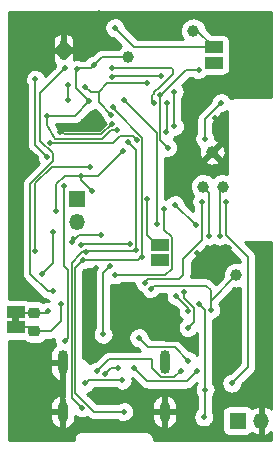
<source format=gbr>
%TF.GenerationSoftware,KiCad,Pcbnew,(5.99.0-8775-g06a515339c)*%
%TF.CreationDate,2021-02-15T16:58:29-05:00*%
%TF.ProjectId,mk2,6d6b322e-6b69-4636-9164-5f7063625858,rev?*%
%TF.SameCoordinates,Original*%
%TF.FileFunction,Copper,L2,Bot*%
%TF.FilePolarity,Positive*%
%FSLAX46Y46*%
G04 Gerber Fmt 4.6, Leading zero omitted, Abs format (unit mm)*
G04 Created by KiCad (PCBNEW (5.99.0-8775-g06a515339c)) date 2021-02-15 16:58:29*
%MOMM*%
%LPD*%
G01*
G04 APERTURE LIST*
G04 Aperture macros list*
%AMRoundRect*
0 Rectangle with rounded corners*
0 $1 Rounding radius*
0 $2 $3 $4 $5 $6 $7 $8 $9 X,Y pos of 4 corners*
0 Add a 4 corners polygon primitive as box body*
4,1,4,$2,$3,$4,$5,$6,$7,$8,$9,$2,$3,0*
0 Add four circle primitives for the rounded corners*
1,1,$1+$1,$2,$3*
1,1,$1+$1,$4,$5*
1,1,$1+$1,$6,$7*
1,1,$1+$1,$8,$9*
0 Add four rect primitives between the rounded corners*
20,1,$1+$1,$2,$3,$4,$5,0*
20,1,$1+$1,$4,$5,$6,$7,0*
20,1,$1+$1,$6,$7,$8,$9,0*
20,1,$1+$1,$8,$9,$2,$3,0*%
G04 Aperture macros list end*
%TA.AperFunction,SMDPad,CuDef*%
%ADD10R,1.500000X1.000000*%
%TD*%
%TA.AperFunction,SMDPad,CuDef*%
%ADD11RoundRect,0.218750X0.256250X-0.218750X0.256250X0.218750X-0.256250X0.218750X-0.256250X-0.218750X0*%
%TD*%
%TA.AperFunction,ComponentPad*%
%ADD12R,1.350000X1.350000*%
%TD*%
%TA.AperFunction,ComponentPad*%
%ADD13O,1.350000X1.350000*%
%TD*%
%TA.AperFunction,SMDPad,CuDef*%
%ADD14R,0.500000X1.600000*%
%TD*%
%TA.AperFunction,ComponentPad*%
%ADD15C,0.500000*%
%TD*%
%TA.AperFunction,ComponentPad*%
%ADD16O,0.900000X2.000000*%
%TD*%
%TA.AperFunction,ComponentPad*%
%ADD17O,0.900000X1.700000*%
%TD*%
%TA.AperFunction,SMDPad,CuDef*%
%ADD18C,1.000000*%
%TD*%
%TA.AperFunction,ViaPad*%
%ADD19C,0.500000*%
%TD*%
%TA.AperFunction,Conductor*%
%ADD20C,0.130000*%
%TD*%
%TA.AperFunction,Conductor*%
%ADD21C,0.254000*%
%TD*%
G04 APERTURE END LIST*
%TO.C,JP3*%
G36*
X13500000Y-39450000D02*
G01*
X12900000Y-39450000D01*
X12900000Y-38950000D01*
X13500000Y-38950000D01*
X13500000Y-39450000D01*
G37*
%TD*%
D10*
%TO.P,JP3,2,2*%
%TO.N,Net-(D1-Pad3)*%
X13200000Y-39850000D03*
%TO.P,JP3,1,1*%
%TO.N,VIN*%
X13200000Y-38550000D03*
%TD*%
D11*
%TO.P,R1,2*%
%TO.N,VIN*%
X14800000Y-38612500D03*
%TO.P,R1,1*%
%TO.N,Net-(D1-Pad3)*%
X14800000Y-40187500D03*
%TD*%
D10*
%TO.P,JP2,1,1*%
%TO.N,RST*%
X25400000Y-32878000D03*
%TO.P,JP2,2,2*%
%TO.N,GND*%
X25400000Y-34178000D03*
%TD*%
D12*
%TO.P,BT1,1,+*%
%TO.N,+BATT*%
X32000000Y-47750000D03*
D13*
%TO.P,BT1,2,-*%
%TO.N,GND*%
X34000000Y-47750000D03*
%TD*%
D14*
%TO.P,U1,7,EP*%
%TO.N,GND*%
X17253000Y-16383000D03*
D15*
X17253000Y-15833000D03*
X17253000Y-16933000D03*
%TD*%
D16*
%TO.P,J2,S1,SHIELD*%
%TO.N,GND*%
X25820000Y-42820000D03*
D17*
X25820000Y-46990000D03*
D16*
X17180000Y-42820000D03*
D17*
X17180000Y-46990000D03*
%TD*%
D12*
%TO.P,J3,1,Pin_1*%
%TO.N,Net-(J3-Pad1)*%
X18415000Y-28972000D03*
D13*
%TO.P,J3,2,Pin_2*%
%TO.N,Net-(J3-Pad2)*%
X18415000Y-30972000D03*
%TD*%
D18*
%TO.P,TP5,1,1*%
%TO.N,VIN*%
X31877000Y-35433000D03*
%TD*%
%TO.P,TP1,1,1*%
%TO.N,GND*%
X29845000Y-25019000D03*
%TD*%
%TO.P,TP3,1,1*%
%TO.N,VCC*%
X22750000Y-17000000D03*
%TD*%
%TO.P,TP6,1,1*%
%TO.N,+5V*%
X28250000Y-14750000D03*
%TD*%
%TO.P,TP4,1,1*%
%TO.N,SWDIO*%
X29083000Y-27940000D03*
%TD*%
%TO.P,TP2,1,1*%
%TO.N,SWDCLK*%
X30734000Y-27940000D03*
%TD*%
D10*
%TO.P,JP1,1,1*%
%TO.N,DISP_POWER*%
X29972000Y-17429000D03*
%TO.P,JP1,2,2*%
%TO.N,+5V*%
X29972000Y-16129000D03*
%TD*%
D19*
%TO.N,SPARE*%
X18775000Y-32903335D03*
%TO.N,GND*%
X20000000Y-34850000D03*
%TO.N,SPARE*%
X22860000Y-32754254D03*
%TO.N,SCL*%
X18901577Y-34140798D03*
%TO.N,SDA*%
X19200000Y-33500000D03*
%TO.N,BUTTON3*%
X17354709Y-40995064D03*
%TO.N,VIN*%
X15950000Y-38500000D03*
%TO.N,Net-(D1-Pad3)*%
X17043555Y-37852223D03*
%TO.N,GND*%
X25600000Y-34200000D03*
X28586081Y-33568972D03*
X33655000Y-33172400D03*
X20269200Y-13258800D03*
X14909800Y-25425400D03*
X14986000Y-14478000D03*
X20421600Y-32054800D03*
X24587200Y-39674800D03*
X21336000Y-22606000D03*
X14732000Y-44932600D03*
X23291800Y-45694600D03*
X30073600Y-22148800D03*
X16967200Y-23317200D03*
X27228800Y-40995600D03*
X32639000Y-44704000D03*
X13614400Y-23418800D03*
X21831000Y-15937999D03*
X30073600Y-43561000D03*
X14224000Y-26365200D03*
X16052800Y-18034000D03*
X31292800Y-33172400D03*
X30305498Y-39243000D03*
X30175200Y-46812200D03*
X17983200Y-32664400D03*
X19304000Y-16764000D03*
X13868400Y-35737800D03*
X27990800Y-20777200D03*
X13335000Y-29464000D03*
X30937200Y-22910800D03*
%TO.N,VCC*%
X19822694Y-17679875D03*
X15458018Y-35357588D03*
X22301200Y-24892000D03*
X18750000Y-27000000D03*
X16662400Y-30022800D03*
X15825000Y-21925392D03*
X16383000Y-31764000D03*
X19456400Y-20726400D03*
X21793200Y-23164800D03*
X18427000Y-18020600D03*
X19685000Y-28270200D03*
%TO.N,VIN*%
X24638000Y-36576000D03*
X17399000Y-17907000D03*
X29718000Y-38368000D03*
X16383000Y-36816000D03*
%TO.N,BATTPOW*%
X29121247Y-47442617D03*
X29250000Y-45127000D03*
X28702000Y-37868002D03*
%TO.N,VUSB*%
X22225000Y-44323000D03*
X19100000Y-44604000D03*
X27813000Y-42672000D03*
X20620000Y-40450000D03*
X23622000Y-40724000D03*
X21209000Y-34671000D03*
%TO.N,Net-(IC1-Pad34)*%
X26797000Y-37211000D03*
X27799000Y-38481000D03*
%TO.N,Net-(IC1-Pad35)*%
X27483838Y-36855038D03*
X27799000Y-39878000D03*
%TO.N,RST*%
X24341010Y-28998990D03*
X25265990Y-32932047D03*
%TO.N,SWDIO*%
X29591000Y-32131000D03*
%TO.N,SWDCLK*%
X30480000Y-32131000D03*
%TO.N,SQW*%
X28702000Y-18034000D03*
X26070863Y-24643340D03*
X25400000Y-20193000D03*
%TO.N,SDA*%
X19123667Y-19480928D03*
X22758400Y-24180800D03*
X21323702Y-21854327D03*
X18848188Y-46683812D03*
X24333200Y-19202400D03*
X23410990Y-33269264D03*
%TO.N,RTCIRQ*%
X22352000Y-20574000D03*
X25146000Y-31115000D03*
%TO.N,SCL*%
X23876000Y-33909000D03*
X21452997Y-21219003D03*
X17673385Y-20594010D03*
X17653000Y-19304000D03*
X22352000Y-46990000D03*
%TO.N,Net-(J2-PadB5)*%
X23241000Y-43307000D03*
X28575000Y-43561000D03*
%TO.N,Net-(J2-PadA5)*%
X27178000Y-43547000D03*
X20066000Y-43561000D03*
%TO.N,BACKLIGHT*%
X26670000Y-29464000D03*
X28440990Y-31195332D03*
%TO.N,BUZZER*%
X16118817Y-24224193D03*
X23446133Y-23976758D03*
%TO.N,CHGNG*%
X30988000Y-29210000D03*
X31496000Y-44577000D03*
%TO.N,SPI_MOSI*%
X29210000Y-23876000D03*
X30607000Y-20828000D03*
%TO.N,BUTTON1*%
X14885000Y-18850000D03*
X15890675Y-25418525D03*
%TO.N,BUTTON5*%
X19536732Y-26267732D03*
X14885009Y-33350000D03*
%TO.N,BUTTON3*%
X17272000Y-27925000D03*
%TO.N,DISP_POWER*%
X29972000Y-17429000D03*
%TO.N,ACCELINT2*%
X24892000Y-20828000D03*
X26035000Y-20828000D03*
X21336000Y-17907000D03*
X25965209Y-23283318D03*
%TO.N,ACCELINT1*%
X25553943Y-18548721D03*
X26653168Y-22843168D03*
X21336000Y-18643600D03*
X26635326Y-19896775D03*
%TO.N,+5V*%
X21590000Y-14478000D03*
%TO.N,SIDE_INT*%
X21632548Y-35413990D03*
X25781000Y-29845000D03*
%TO.N,USB_DN_EXT*%
X20746250Y-43807990D03*
X21844000Y-43307000D03*
%TO.N,FLASHLIGHT*%
X24130000Y-36068000D03*
X28956000Y-29210000D03*
%TD*%
D20*
%TO.N,SPARE*%
X22860000Y-32754254D02*
X18924081Y-32754254D01*
X18924081Y-32754254D02*
X18775000Y-32903335D01*
%TO.N,GND*%
X19750000Y-35350000D02*
X19700000Y-35350000D01*
%TO.N,SDA*%
X23261918Y-33418336D02*
X18935838Y-33418336D01*
%TO.N,GND*%
X20000000Y-34850000D02*
X19800000Y-35050000D01*
%TO.N,SDA*%
X23410990Y-33269264D02*
X23261918Y-33418336D01*
%TO.N,GND*%
X19800000Y-35300000D02*
X19750000Y-35350000D01*
X19800000Y-35050000D02*
X19800000Y-35300000D01*
%TO.N,SDA*%
X18935838Y-33418336D02*
X18677087Y-33677087D01*
X18677087Y-33677087D02*
X17964968Y-34389205D01*
X18854173Y-33500000D02*
X18677087Y-33677087D01*
X17964968Y-45800592D02*
X18848188Y-46683812D01*
%TO.N,SCL*%
X23876000Y-33909000D02*
X23594202Y-34190798D01*
X18244979Y-45422979D02*
X18244979Y-34797396D01*
X23594202Y-34190798D02*
X18951577Y-34190798D01*
%TO.N,SDA*%
X19200000Y-33500000D02*
X18854173Y-33500000D01*
%TO.N,SCL*%
X18244979Y-34797396D02*
X18901577Y-34140798D01*
X22352000Y-46990000D02*
X19812000Y-46990000D01*
X18951577Y-34190798D02*
X18901577Y-34140798D01*
X19812000Y-46990000D02*
X18244979Y-45422979D01*
%TO.N,SDA*%
X17964968Y-34389205D02*
X17964968Y-45800592D01*
%TO.N,BUTTON3*%
X17615009Y-40734764D02*
X17354709Y-40995064D01*
X17272000Y-27925000D02*
X17272000Y-34671000D01*
X17272000Y-34671000D02*
X17615009Y-35014009D01*
X17615009Y-35014009D02*
X17615009Y-40734764D01*
%TO.N,VIN*%
X14800000Y-38612500D02*
X15837500Y-38612500D01*
X15837500Y-38612500D02*
X15950000Y-38500000D01*
X14800000Y-38612500D02*
X13262500Y-38612500D01*
X13262500Y-38612500D02*
X13200000Y-38550000D01*
%TO.N,Net-(D1-Pad3)*%
X14800000Y-40187500D02*
X16200000Y-40187500D01*
X16200000Y-40187500D02*
X17043555Y-39343945D01*
X17043555Y-39343945D02*
X17043555Y-37852223D01*
X13200000Y-39850000D02*
X14462500Y-39850000D01*
X14462500Y-39850000D02*
X14800000Y-40187500D01*
%TO.N,GND*%
X25400000Y-34178000D02*
X25578000Y-34178000D01*
X25578000Y-34178000D02*
X25600000Y-34200000D01*
%TO.N,SIDE_INT*%
X26415011Y-32215011D02*
X25781000Y-31581000D01*
X21632548Y-35413990D02*
X25891030Y-35413990D01*
X25891030Y-35413990D02*
X26415011Y-34890009D01*
X26415011Y-34890009D02*
X26415011Y-32215011D01*
X25781000Y-31581000D02*
X25781000Y-29845000D01*
%TO.N,FLASHLIGHT*%
X27055991Y-35744009D02*
X25682709Y-35744009D01*
X28956000Y-32470718D02*
X27400000Y-34026718D01*
X27400000Y-34026718D02*
X27400000Y-35400000D01*
X27400000Y-35400000D02*
X27055991Y-35744009D01*
X27055991Y-35744009D02*
X24453990Y-35744010D01*
X24453990Y-35744010D02*
X24130000Y-36068000D01*
%TO.N,GND*%
X30896228Y-33568972D02*
X28586081Y-33568972D01*
X31292800Y-33172400D02*
X30896228Y-33568972D01*
%TO.N,FLASHLIGHT*%
X28956000Y-32470718D02*
X28956000Y-31496000D01*
X28956000Y-32470718D02*
X28956000Y-29210000D01*
%TO.N,GND*%
X30073600Y-22352000D02*
X30175200Y-22453600D01*
X17370336Y-23500000D02*
X20442000Y-23500000D01*
X20269200Y-13258800D02*
X20218400Y-13309600D01*
X30073600Y-22148800D02*
X30073600Y-22352000D01*
X16967200Y-23317200D02*
X17370336Y-23500000D01*
X24587200Y-39674800D02*
X25908000Y-40995600D01*
X20421600Y-32054800D02*
X18592800Y-32054800D01*
X20442000Y-23500000D02*
X21336000Y-22606000D01*
X20218400Y-13309600D02*
X20015200Y-13309600D01*
X25908000Y-40995600D02*
X27228800Y-40995600D01*
X18592800Y-32054800D02*
X17983200Y-32664400D01*
%TO.N,VCC*%
X19685000Y-28270200D02*
X18750000Y-27335200D01*
X18257408Y-21925392D02*
X15825000Y-21925392D01*
X18750000Y-27335200D02*
X18750000Y-27000000D01*
X18515200Y-17932400D02*
X18427000Y-18020600D01*
X17373800Y-27000000D02*
X18750000Y-27000000D01*
X19456400Y-20726400D02*
X18257408Y-21925392D01*
X16662400Y-30022800D02*
X16662400Y-27711400D01*
X20502569Y-17000000D02*
X19822694Y-17679875D01*
X22750000Y-17000000D02*
X20502569Y-17000000D01*
X16383000Y-34432606D02*
X16383000Y-31764000D01*
X18338800Y-17932400D02*
X19570169Y-17932400D01*
X18750000Y-27000000D02*
X20193200Y-27000000D01*
X16510000Y-23876000D02*
X15825000Y-22683000D01*
X20193200Y-27000000D02*
X22301200Y-24892000D01*
X16662400Y-27711400D02*
X17373800Y-27000000D01*
X19822694Y-17679875D02*
X19570169Y-17932400D01*
X18338800Y-17932400D02*
X18338800Y-19608800D01*
X21793200Y-23164800D02*
X21243906Y-23164800D01*
X15825000Y-22683000D02*
X15825000Y-21925392D01*
X21243906Y-23164800D02*
X20532706Y-23876000D01*
X20532706Y-23876000D02*
X16510000Y-23876000D01*
X18338800Y-19608800D02*
X19456400Y-20726400D01*
X15458018Y-35357588D02*
X16383000Y-34432606D01*
%TO.N,VIN*%
X16356989Y-25119989D02*
X16356989Y-25792015D01*
X29337000Y-36322000D02*
X29718000Y-36703000D01*
X17399000Y-17907000D02*
X15309999Y-19996001D01*
X15309999Y-24072999D02*
X16356989Y-25119989D01*
X29718000Y-36703000D02*
X29718000Y-38368000D01*
X14419999Y-27729005D02*
X14419999Y-35327999D01*
X24638000Y-36576000D02*
X24892000Y-36322000D01*
X16356989Y-25792015D02*
X14419999Y-27729005D01*
X15908000Y-36816000D02*
X16383000Y-36816000D01*
X14419999Y-35327999D02*
X15908000Y-36816000D01*
X15309999Y-19996001D02*
X15309999Y-24072999D01*
X31877000Y-35433000D02*
X29718000Y-37592000D01*
X24892000Y-36322000D02*
X29337000Y-36322000D01*
%TO.N,BATTPOW*%
X29250000Y-38416002D02*
X29250000Y-45127000D01*
X29250000Y-47313864D02*
X29121247Y-47442617D01*
X28702000Y-37868002D02*
X29250000Y-38416002D01*
X29250000Y-45127000D02*
X29250000Y-47313864D01*
%TO.N,VUSB*%
X20620000Y-40450000D02*
X20620000Y-35260000D01*
X22225000Y-44323000D02*
X19381000Y-44323000D01*
X19381000Y-44323000D02*
X19100000Y-44604000D01*
X26695980Y-41554980D02*
X24452980Y-41554980D01*
X24452980Y-41554980D02*
X23622000Y-40724000D01*
X27813000Y-42672000D02*
X26695980Y-41554980D01*
X21209000Y-34671000D02*
X20620000Y-35260000D01*
%TO.N,Net-(IC1-Pad34)*%
X27799000Y-38213000D02*
X27799000Y-38481000D01*
X26797000Y-37211000D02*
X27799000Y-38213000D01*
%TO.N,Net-(IC1-Pad35)*%
X28314001Y-38233799D02*
X27483838Y-37403636D01*
X27483838Y-37403636D02*
X27483838Y-36855038D01*
X28314001Y-39362999D02*
X28314001Y-38233799D01*
X27799000Y-39878000D02*
X28314001Y-39362999D01*
%TO.N,RST*%
X24341010Y-32007067D02*
X24341010Y-28998990D01*
X25265990Y-32932047D02*
X24341010Y-32007067D01*
%TO.N,SWDIO*%
X29591000Y-28448000D02*
X29083000Y-27940000D01*
X29591000Y-32131000D02*
X29591000Y-28448000D01*
%TO.N,SWDCLK*%
X30480000Y-32131000D02*
X30480000Y-28194000D01*
%TO.N,SQW*%
X28702000Y-18034000D02*
X27644706Y-18034000D01*
X27644706Y-18034000D02*
X25485706Y-20193000D01*
X25426011Y-23998488D02*
X26070863Y-24643340D01*
X25485706Y-20193000D02*
X25400000Y-20193000D01*
X25426011Y-20219011D02*
X25426011Y-23998488D01*
X25400000Y-20193000D02*
X25426011Y-20219011D01*
%TO.N,SDA*%
X20275231Y-19907569D02*
X20275231Y-20805856D01*
X24333200Y-19202400D02*
X20980400Y-19202400D01*
X19123667Y-19480928D02*
X19550308Y-19907569D01*
X19550308Y-19907569D02*
X20275231Y-19907569D01*
X20275231Y-20805856D02*
X21323702Y-21854327D01*
X20275231Y-19907569D02*
X20980400Y-19202400D01*
X22758400Y-24180800D02*
X23410990Y-24833390D01*
X23410990Y-24833390D02*
X23410990Y-33269264D01*
%TO.N,RTCIRQ*%
X22352000Y-20574000D02*
X25146000Y-23368000D01*
X25146000Y-31115000D02*
X25146000Y-23368000D01*
%TO.N,SCL*%
X17673385Y-19324385D02*
X17673385Y-20594010D01*
X21600003Y-21366009D02*
X21600003Y-21473003D01*
X17653000Y-19304000D02*
X17673385Y-19324385D01*
X23876000Y-33909000D02*
X23876000Y-24305935D01*
X23925991Y-24255944D02*
X23925991Y-23798991D01*
X21452997Y-21219003D02*
X21600003Y-21366009D01*
X23876000Y-24305935D02*
X23925991Y-24255944D01*
X23925991Y-23798991D02*
X21600003Y-21473003D01*
%TO.N,Net-(J2-PadB5)*%
X27720969Y-44415031D02*
X24349031Y-44415031D01*
X28575000Y-43561000D02*
X27720969Y-44415031D01*
X24349031Y-44415031D02*
X23241000Y-43307000D01*
%TO.N,Net-(J2-PadA5)*%
X21082000Y-42545000D02*
X24765000Y-42545000D01*
X24765000Y-43326190D02*
X25523830Y-44085020D01*
X24765000Y-42545000D02*
X24765000Y-43326190D01*
X26639980Y-44085020D02*
X27178000Y-43547000D01*
X25523830Y-44085020D02*
X26639980Y-44085020D01*
X20066000Y-43561000D02*
X21082000Y-42545000D01*
%TO.N,BACKLIGHT*%
X26709658Y-29464000D02*
X28440990Y-31195332D01*
X26670000Y-29464000D02*
X26709658Y-29464000D01*
%TO.N,BUZZER*%
X16118817Y-24224193D02*
X21486292Y-24224193D01*
X23157558Y-23688183D02*
X23446133Y-23976758D01*
X21486292Y-24224193D02*
X22022302Y-23688183D01*
X22022302Y-23688183D02*
X23157558Y-23688183D01*
%TO.N,CHGNG*%
X30988000Y-32004000D02*
X32893000Y-33909000D01*
X32893000Y-43180000D02*
X32893000Y-33909000D01*
X31496000Y-44577000D02*
X32893000Y-43180000D01*
X30988000Y-32004000D02*
X30988000Y-29210000D01*
%TO.N,SPI_MOSI*%
X29210000Y-22225000D02*
X29210000Y-23876000D01*
X30607000Y-20828000D02*
X29210000Y-22225000D01*
%TO.N,BUTTON1*%
X14885000Y-24412850D02*
X14885000Y-18850000D01*
X14885000Y-24412850D02*
X15890675Y-25418525D01*
%TO.N,BUTTON5*%
X16277268Y-26267732D02*
X14885009Y-27659991D01*
X19536732Y-26267732D02*
X16277268Y-26267732D01*
X14885009Y-27659991D02*
X14885009Y-33350000D01*
%TO.N,ACCELINT2*%
X26416000Y-17907000D02*
X26543000Y-18034000D01*
X24765000Y-20701000D02*
X24892000Y-20828000D01*
X25152794Y-19677989D02*
X24884989Y-19945794D01*
X26035000Y-20828000D02*
X26035000Y-23213527D01*
X25280011Y-19677989D02*
X25152794Y-19677989D01*
X26543000Y-18415000D02*
X25280011Y-19677989D01*
X24765000Y-20193000D02*
X24765000Y-20701000D01*
X24884989Y-19945794D02*
X24884989Y-20073011D01*
X24884989Y-20073011D02*
X24765000Y-20193000D01*
X26543000Y-18034000D02*
X26543000Y-18415000D01*
X26035000Y-23213527D02*
X25965209Y-23283318D01*
X21336000Y-17907000D02*
X26416000Y-17907000D01*
%TO.N,ACCELINT1*%
X21430879Y-18548721D02*
X21336000Y-18643600D01*
X26635326Y-19896775D02*
X26635326Y-22825326D01*
X25553943Y-18548721D02*
X25553943Y-18441943D01*
X25553943Y-18548721D02*
X21430879Y-18548721D01*
X26635326Y-22825326D02*
X26653168Y-22843168D01*
%TO.N,+5V*%
X23241000Y-16129000D02*
X21590000Y-14478000D01*
X29972000Y-16129000D02*
X23241000Y-16129000D01*
X28593000Y-14750000D02*
X29972000Y-16129000D01*
%TO.N,USB_DN_EXT*%
X21247240Y-43307000D02*
X20746250Y-43807990D01*
X21844000Y-43307000D02*
X21247240Y-43307000D01*
%TD*%
%TO.N,GND*%
D21*
X34866000Y-46767905D02*
X34808738Y-46714972D01*
X34790444Y-46700934D01*
X34606576Y-46584922D01*
X34586031Y-46574454D01*
X34384100Y-46493892D01*
X34361991Y-46487343D01*
X34278581Y-46470752D01*
X34207867Y-46477080D01*
X34151800Y-46520635D01*
X34128000Y-46594331D01*
X34128000Y-48908558D01*
X34148002Y-48976679D01*
X34201658Y-49023172D01*
X34272079Y-49033254D01*
X34295412Y-49029871D01*
X34317834Y-49024488D01*
X34523704Y-48954605D01*
X34544769Y-48945227D01*
X34734457Y-48838997D01*
X34753460Y-48825936D01*
X34866000Y-48732337D01*
X34866000Y-49366000D01*
X24891000Y-49366000D01*
X24891000Y-49248378D01*
X24891252Y-49207148D01*
X24886404Y-49171754D01*
X24878291Y-49143365D01*
X24874107Y-49114154D01*
X24864080Y-49079865D01*
X24853476Y-49056543D01*
X24846434Y-49031903D01*
X24831845Y-48999290D01*
X24816093Y-48974326D01*
X24803879Y-48947461D01*
X24784632Y-48917364D01*
X24767904Y-48897950D01*
X24754230Y-48876278D01*
X24731077Y-48849073D01*
X24708954Y-48829535D01*
X24689688Y-48807175D01*
X24662767Y-48783690D01*
X24641262Y-48769751D01*
X24622056Y-48752789D01*
X24592198Y-48733176D01*
X24565477Y-48720631D01*
X24540711Y-48704578D01*
X24508279Y-48689592D01*
X24483726Y-48682249D01*
X24460537Y-48671362D01*
X24426374Y-48660916D01*
X24397208Y-48656374D01*
X24368927Y-48647917D01*
X24333597Y-48642637D01*
X24300774Y-48642436D01*
X24295135Y-48642000D01*
X24229378Y-48642000D01*
X24188148Y-48641748D01*
X24186308Y-48642000D01*
X18717578Y-48642000D01*
X18676348Y-48641748D01*
X18640954Y-48646596D01*
X18612565Y-48654709D01*
X18583354Y-48658893D01*
X18549065Y-48668920D01*
X18525743Y-48679524D01*
X18501103Y-48686566D01*
X18468490Y-48701155D01*
X18443526Y-48716907D01*
X18416661Y-48729121D01*
X18386564Y-48748368D01*
X18367150Y-48765096D01*
X18345478Y-48778770D01*
X18318273Y-48801923D01*
X18298735Y-48824046D01*
X18276375Y-48843312D01*
X18252890Y-48870233D01*
X18238951Y-48891738D01*
X18221989Y-48910944D01*
X18202376Y-48940802D01*
X18189831Y-48967523D01*
X18173778Y-48992289D01*
X18158792Y-49024721D01*
X18151449Y-49049274D01*
X18140562Y-49072463D01*
X18130116Y-49106626D01*
X18125574Y-49135792D01*
X18117117Y-49164073D01*
X18111837Y-49199403D01*
X18111636Y-49232226D01*
X18111200Y-49237865D01*
X18111200Y-49303622D01*
X18110948Y-49344852D01*
X18111200Y-49346692D01*
X18111200Y-49366000D01*
X12634000Y-49366000D01*
X12634000Y-47244000D01*
X16096000Y-47244000D01*
X16096000Y-47439224D01*
X16096645Y-47451957D01*
X16111314Y-47596371D01*
X16116435Y-47621317D01*
X16174639Y-47807045D01*
X16184671Y-47830452D01*
X16279031Y-48000683D01*
X16293565Y-48021594D01*
X16420228Y-48169375D01*
X16438670Y-48186938D01*
X16592462Y-48306230D01*
X16614058Y-48319724D01*
X16788695Y-48405657D01*
X16812564Y-48414534D01*
X16894239Y-48435809D01*
X16965202Y-48433624D01*
X17023719Y-48393421D01*
X17051210Y-48327963D01*
X17052000Y-48313878D01*
X17052000Y-47244000D01*
X17031998Y-47175879D01*
X16978342Y-47129386D01*
X16926000Y-47118000D01*
X16222000Y-47118000D01*
X16153879Y-47138002D01*
X16107386Y-47191658D01*
X16096000Y-47244000D01*
X12634000Y-47244000D01*
X12634000Y-46494587D01*
X16096000Y-46494587D01*
X16096000Y-46736000D01*
X16116002Y-46804121D01*
X16169658Y-46850614D01*
X16222000Y-46862000D01*
X16926000Y-46862000D01*
X16994121Y-46841998D01*
X17040614Y-46788342D01*
X17052000Y-46736000D01*
X17052000Y-45662593D01*
X17031998Y-45594472D01*
X16978342Y-45547979D01*
X16908068Y-45537875D01*
X16882492Y-45544343D01*
X16714341Y-45606211D01*
X16691453Y-45617374D01*
X16526034Y-45719938D01*
X16505857Y-45735477D01*
X16364441Y-45869208D01*
X16347801Y-45888485D01*
X16236163Y-46047920D01*
X16223739Y-46070150D01*
X16146440Y-46248777D01*
X16138740Y-46273051D01*
X16098938Y-46463572D01*
X16096448Y-46482746D01*
X16096173Y-46487994D01*
X16096000Y-46494587D01*
X12634000Y-46494587D01*
X12634000Y-43074000D01*
X16096000Y-43074000D01*
X16096000Y-43419224D01*
X16096645Y-43431957D01*
X16111314Y-43576371D01*
X16116435Y-43601317D01*
X16174639Y-43787045D01*
X16184671Y-43810452D01*
X16279031Y-43980683D01*
X16293565Y-44001594D01*
X16420228Y-44149375D01*
X16438670Y-44166938D01*
X16592462Y-44286230D01*
X16614058Y-44299724D01*
X16788695Y-44385657D01*
X16812564Y-44394534D01*
X16894239Y-44415809D01*
X16965202Y-44413624D01*
X17023719Y-44373421D01*
X17051210Y-44307963D01*
X17052000Y-44293878D01*
X17052000Y-43074000D01*
X17031998Y-43005879D01*
X16978342Y-42959386D01*
X16926000Y-42948000D01*
X16222000Y-42948000D01*
X16153879Y-42968002D01*
X16107386Y-43021658D01*
X16096000Y-43074000D01*
X12634000Y-43074000D01*
X12634000Y-40989500D01*
X13918644Y-40989500D01*
X14018462Y-41084059D01*
X14041830Y-41101540D01*
X14188481Y-41186721D01*
X14215243Y-41198357D01*
X14377557Y-41247517D01*
X14402879Y-41252428D01*
X14476526Y-41259001D01*
X14487727Y-41259500D01*
X15099135Y-41259500D01*
X15113726Y-41258652D01*
X15239295Y-41244012D01*
X15267695Y-41237299D01*
X15427113Y-41179433D01*
X15453207Y-41166366D01*
X15595036Y-41073379D01*
X15617424Y-41054660D01*
X15734059Y-40931538D01*
X15751540Y-40908170D01*
X15763836Y-40887000D01*
X16153763Y-40887000D01*
X16183554Y-40890922D01*
X16216446Y-40890922D01*
X16366173Y-40871210D01*
X16397945Y-40862697D01*
X16485521Y-40826422D01*
X16474675Y-40870746D01*
X16471068Y-40899704D01*
X16469679Y-41076532D01*
X16472831Y-41105544D01*
X16512158Y-41277948D01*
X16521899Y-41305457D01*
X16558426Y-41379854D01*
X16526033Y-41399939D01*
X16505857Y-41415477D01*
X16364441Y-41549208D01*
X16347801Y-41568485D01*
X16236163Y-41727920D01*
X16223739Y-41750150D01*
X16146440Y-41928777D01*
X16138740Y-41953051D01*
X16098938Y-42143572D01*
X16096448Y-42162746D01*
X16096173Y-42167994D01*
X16096000Y-42174587D01*
X16096000Y-42566000D01*
X16116002Y-42634121D01*
X16169658Y-42680614D01*
X16222000Y-42692000D01*
X17265468Y-42692000D01*
X17265468Y-45754355D01*
X17261546Y-45784146D01*
X17261546Y-45817038D01*
X17281258Y-45966765D01*
X17289771Y-45998537D01*
X17308000Y-46042546D01*
X17308000Y-48317407D01*
X17328002Y-48385528D01*
X17381658Y-48432021D01*
X17451932Y-48442125D01*
X17477508Y-48435657D01*
X17645659Y-48373789D01*
X17668547Y-48362626D01*
X17833966Y-48260062D01*
X17854143Y-48244523D01*
X17995559Y-48110792D01*
X18012199Y-48091515D01*
X18123837Y-47932080D01*
X18136261Y-47909850D01*
X18213560Y-47731223D01*
X18221260Y-47706949D01*
X18261062Y-47516428D01*
X18263552Y-47497254D01*
X18263827Y-47492006D01*
X18264000Y-47485413D01*
X18264000Y-47350591D01*
X18383268Y-47441285D01*
X18408387Y-47456140D01*
X18569994Y-47527923D01*
X18597856Y-47536602D01*
X18771643Y-47569282D01*
X18800755Y-47571317D01*
X18977399Y-47563141D01*
X19006198Y-47558425D01*
X19176222Y-47509832D01*
X19203163Y-47498618D01*
X19285242Y-47452652D01*
X19302977Y-47475765D01*
X19326235Y-47499023D01*
X19356610Y-47522330D01*
X19356625Y-47522344D01*
X19446046Y-47590959D01*
X19474532Y-47607405D01*
X19614055Y-47665197D01*
X19645827Y-47673710D01*
X19757575Y-47688422D01*
X19757587Y-47688423D01*
X19795554Y-47693421D01*
X19828446Y-47693421D01*
X19858230Y-47689500D01*
X21810842Y-47689500D01*
X21887080Y-47747473D01*
X21912199Y-47762328D01*
X22073806Y-47834111D01*
X22101668Y-47842790D01*
X22275455Y-47875470D01*
X22304567Y-47877505D01*
X22481211Y-47869329D01*
X22510010Y-47864613D01*
X22680034Y-47816020D01*
X22706975Y-47804806D01*
X22861261Y-47718402D01*
X22884900Y-47701290D01*
X23015171Y-47581710D01*
X23034240Y-47559618D01*
X23133507Y-47413276D01*
X23146982Y-47387391D01*
X23201595Y-47244000D01*
X24736000Y-47244000D01*
X24736000Y-47439224D01*
X24736645Y-47451957D01*
X24751314Y-47596371D01*
X24756435Y-47621317D01*
X24814639Y-47807045D01*
X24824671Y-47830452D01*
X24919031Y-48000683D01*
X24933565Y-48021594D01*
X25060228Y-48169375D01*
X25078670Y-48186938D01*
X25232462Y-48306230D01*
X25254058Y-48319724D01*
X25428695Y-48405657D01*
X25452564Y-48414534D01*
X25534239Y-48435809D01*
X25605202Y-48433624D01*
X25663719Y-48393421D01*
X25691210Y-48327963D01*
X25692000Y-48313878D01*
X25692000Y-47244000D01*
X25948000Y-47244000D01*
X25948000Y-48317407D01*
X25968002Y-48385528D01*
X26021658Y-48432021D01*
X26091932Y-48442125D01*
X26117508Y-48435657D01*
X26285659Y-48373789D01*
X26308547Y-48362626D01*
X26473966Y-48260062D01*
X26494143Y-48244523D01*
X26635559Y-48110792D01*
X26652199Y-48091515D01*
X26763837Y-47932080D01*
X26776261Y-47909850D01*
X26853560Y-47731223D01*
X26861260Y-47706949D01*
X26901062Y-47516428D01*
X26903552Y-47497254D01*
X26903827Y-47492006D01*
X26904000Y-47485413D01*
X26904000Y-47244000D01*
X26883998Y-47175879D01*
X26830342Y-47129386D01*
X26778000Y-47118000D01*
X26074000Y-47118000D01*
X26005879Y-47138002D01*
X25959386Y-47191658D01*
X25948000Y-47244000D01*
X25692000Y-47244000D01*
X25671998Y-47175879D01*
X25618342Y-47129386D01*
X25566000Y-47118000D01*
X24862000Y-47118000D01*
X24793879Y-47138002D01*
X24747386Y-47191658D01*
X24736000Y-47244000D01*
X23201595Y-47244000D01*
X23209921Y-47222138D01*
X23217080Y-47193847D01*
X23240314Y-47018548D01*
X23241402Y-47002981D01*
X23241496Y-46990988D01*
X23240652Y-46975409D01*
X23220174Y-46799766D01*
X23213461Y-46771366D01*
X23153126Y-46605145D01*
X23140059Y-46579051D01*
X23084682Y-46494587D01*
X24736000Y-46494587D01*
X24736000Y-46736000D01*
X24756002Y-46804121D01*
X24809658Y-46850614D01*
X24862000Y-46862000D01*
X25566000Y-46862000D01*
X25634121Y-46841998D01*
X25680614Y-46788342D01*
X25692000Y-46736000D01*
X25692000Y-45666122D01*
X25948000Y-45666122D01*
X25948000Y-46736000D01*
X25968002Y-46804121D01*
X26021658Y-46850614D01*
X26074000Y-46862000D01*
X26778000Y-46862000D01*
X26846121Y-46841998D01*
X26892614Y-46788342D01*
X26904000Y-46736000D01*
X26904000Y-46540776D01*
X26903355Y-46528043D01*
X26888686Y-46383629D01*
X26883565Y-46358683D01*
X26825361Y-46172955D01*
X26815329Y-46149548D01*
X26720969Y-45979317D01*
X26706435Y-45958406D01*
X26579772Y-45810625D01*
X26561330Y-45793062D01*
X26407538Y-45673770D01*
X26385942Y-45660276D01*
X26211305Y-45574343D01*
X26187436Y-45565466D01*
X26105761Y-45544191D01*
X26034798Y-45546376D01*
X25976281Y-45586579D01*
X25948790Y-45652037D01*
X25948000Y-45666122D01*
X25692000Y-45666122D01*
X25692000Y-45662593D01*
X25671998Y-45594472D01*
X25618342Y-45547979D01*
X25548068Y-45537875D01*
X25522492Y-45544343D01*
X25354341Y-45606211D01*
X25331453Y-45617374D01*
X25166034Y-45719938D01*
X25145857Y-45735477D01*
X25004441Y-45869208D01*
X24987801Y-45888485D01*
X24876163Y-46047920D01*
X24863739Y-46070150D01*
X24786440Y-46248777D01*
X24778740Y-46273051D01*
X24738938Y-46463572D01*
X24736448Y-46482746D01*
X24736173Y-46487994D01*
X24736000Y-46494587D01*
X23084682Y-46494587D01*
X23043103Y-46431168D01*
X23024384Y-46408780D01*
X22896008Y-46287169D01*
X22872640Y-46269688D01*
X22719730Y-46180871D01*
X22692968Y-46169235D01*
X22523727Y-46117977D01*
X22495006Y-46112809D01*
X22318513Y-46101859D01*
X22289373Y-46103437D01*
X22115094Y-46133384D01*
X22087099Y-46141623D01*
X21924384Y-46210859D01*
X21899035Y-46225318D01*
X21810462Y-46290500D01*
X20101742Y-46290500D01*
X19282777Y-45471535D01*
X19428034Y-45430020D01*
X19454975Y-45418806D01*
X19609261Y-45332402D01*
X19632900Y-45315290D01*
X19763171Y-45195710D01*
X19782240Y-45173618D01*
X19881507Y-45027276D01*
X19883993Y-45022500D01*
X21683842Y-45022500D01*
X21760080Y-45080473D01*
X21785199Y-45095328D01*
X21946806Y-45167111D01*
X21974668Y-45175790D01*
X22148455Y-45208470D01*
X22177567Y-45210505D01*
X22354211Y-45202329D01*
X22383010Y-45197613D01*
X22553034Y-45149020D01*
X22579975Y-45137806D01*
X22734261Y-45051402D01*
X22757900Y-45034290D01*
X22888171Y-44914710D01*
X22907240Y-44892618D01*
X23006507Y-44746276D01*
X23019982Y-44720391D01*
X23082921Y-44555138D01*
X23090080Y-44526847D01*
X23113314Y-44351548D01*
X23114402Y-44335981D01*
X23114496Y-44323988D01*
X23113652Y-44308409D01*
X23098693Y-44180104D01*
X23130922Y-44186164D01*
X23821717Y-44876959D01*
X23840008Y-44900796D01*
X23863266Y-44924054D01*
X23893647Y-44947367D01*
X23893658Y-44947376D01*
X23918209Y-44966214D01*
X23983077Y-45015989D01*
X24011563Y-45032436D01*
X24151086Y-45090228D01*
X24182858Y-45098741D01*
X24294606Y-45113453D01*
X24294618Y-45113454D01*
X24332585Y-45118452D01*
X24365477Y-45118452D01*
X24395261Y-45114531D01*
X27674732Y-45114531D01*
X27704523Y-45118453D01*
X27737415Y-45118453D01*
X27838849Y-45105099D01*
X27887142Y-45098741D01*
X27918914Y-45090228D01*
X28058437Y-45032436D01*
X28086923Y-45015989D01*
X28112371Y-44996462D01*
X28176344Y-44947374D01*
X28176347Y-44947371D01*
X28206734Y-44924054D01*
X28229992Y-44900796D01*
X28248283Y-44876959D01*
X28550500Y-44574742D01*
X28550500Y-44584458D01*
X28518778Y-44621797D01*
X28502586Y-44646075D01*
X28422168Y-44803564D01*
X28411996Y-44830917D01*
X28369966Y-45002682D01*
X28366359Y-45031640D01*
X28364970Y-45208468D01*
X28368122Y-45237480D01*
X28407449Y-45409884D01*
X28417190Y-45437393D01*
X28495124Y-45596125D01*
X28510932Y-45620655D01*
X28550500Y-45668740D01*
X28550500Y-46764612D01*
X28525859Y-46782746D01*
X28504516Y-46802649D01*
X28390025Y-46937414D01*
X28373833Y-46961692D01*
X28293415Y-47119181D01*
X28283243Y-47146534D01*
X28241213Y-47318299D01*
X28237606Y-47347257D01*
X28236217Y-47524085D01*
X28239369Y-47553097D01*
X28278696Y-47725501D01*
X28288437Y-47753010D01*
X28366371Y-47911742D01*
X28382180Y-47936272D01*
X28494541Y-48072819D01*
X28515568Y-48093054D01*
X28656327Y-48200090D01*
X28681446Y-48214945D01*
X28843053Y-48286728D01*
X28870915Y-48295407D01*
X29044702Y-48328087D01*
X29073814Y-48330122D01*
X29250458Y-48321946D01*
X29279257Y-48317230D01*
X29449281Y-48268637D01*
X29476222Y-48257423D01*
X29630508Y-48171019D01*
X29654147Y-48153907D01*
X29784418Y-48034327D01*
X29803487Y-48012235D01*
X29902754Y-47865893D01*
X29916229Y-47840008D01*
X29979168Y-47674755D01*
X29986327Y-47646464D01*
X30009561Y-47471165D01*
X30010649Y-47455598D01*
X30010743Y-47443605D01*
X30009899Y-47428026D01*
X29989421Y-47252383D01*
X29982708Y-47223983D01*
X29949500Y-47132496D01*
X29949500Y-47075000D01*
X30685500Y-47075000D01*
X30685500Y-48425000D01*
X30685821Y-48433989D01*
X30691048Y-48507068D01*
X30695831Y-48533577D01*
X30737008Y-48673814D01*
X30751906Y-48706437D01*
X30830925Y-48829392D01*
X30854410Y-48856495D01*
X30964868Y-48952208D01*
X30995039Y-48971598D01*
X31127988Y-49032314D01*
X31162399Y-49042418D01*
X31307069Y-49063218D01*
X31325000Y-49064500D01*
X32675000Y-49064500D01*
X32683989Y-49064179D01*
X32757068Y-49058952D01*
X32783577Y-49054169D01*
X32923814Y-49012992D01*
X32956437Y-48998094D01*
X33079392Y-48919075D01*
X33106495Y-48895590D01*
X33198838Y-48789021D01*
X33363133Y-48898800D01*
X33383398Y-48909803D01*
X33583151Y-48995623D01*
X33605081Y-49002748D01*
X33718193Y-49028342D01*
X33789048Y-49023867D01*
X33846236Y-48981795D01*
X33871600Y-48915484D01*
X33872000Y-48905449D01*
X33872000Y-46593291D01*
X33851998Y-46525170D01*
X33798342Y-46478677D01*
X33724662Y-46469111D01*
X33671185Y-46478300D01*
X33648912Y-46484268D01*
X33444942Y-46559517D01*
X33424130Y-46569444D01*
X33237288Y-46680603D01*
X33218634Y-46694156D01*
X33196617Y-46713464D01*
X33169075Y-46670608D01*
X33145590Y-46643505D01*
X33035132Y-46547792D01*
X33004961Y-46528402D01*
X32872012Y-46467686D01*
X32837601Y-46457582D01*
X32692931Y-46436782D01*
X32675000Y-46435500D01*
X31325000Y-46435500D01*
X31316011Y-46435821D01*
X31242932Y-46441048D01*
X31216423Y-46445831D01*
X31076186Y-46487008D01*
X31043563Y-46501906D01*
X30920608Y-46580925D01*
X30893505Y-46604410D01*
X30797792Y-46714868D01*
X30778402Y-46745039D01*
X30717686Y-46877988D01*
X30707582Y-46912399D01*
X30686782Y-47057069D01*
X30685500Y-47075000D01*
X29949500Y-47075000D01*
X29949500Y-45671173D01*
X30031507Y-45550276D01*
X30044982Y-45524391D01*
X30107921Y-45359138D01*
X30115080Y-45330847D01*
X30138314Y-45155548D01*
X30139402Y-45139981D01*
X30139496Y-45127988D01*
X30138652Y-45112409D01*
X30118174Y-44936766D01*
X30111461Y-44908366D01*
X30051126Y-44742145D01*
X30038059Y-44716051D01*
X29949500Y-44580976D01*
X29949500Y-39221609D01*
X30046034Y-39194020D01*
X30072975Y-39182806D01*
X30227261Y-39096402D01*
X30250900Y-39079290D01*
X30381171Y-38959710D01*
X30400240Y-38937618D01*
X30499507Y-38791276D01*
X30512982Y-38765391D01*
X30575921Y-38600138D01*
X30583080Y-38571847D01*
X30606314Y-38396548D01*
X30607402Y-38380981D01*
X30607496Y-38368988D01*
X30606652Y-38353409D01*
X30586174Y-38177766D01*
X30579461Y-38149366D01*
X30519126Y-37983145D01*
X30506059Y-37957051D01*
X30441167Y-37858075D01*
X31739890Y-36559352D01*
X31840856Y-36571392D01*
X31865442Y-36571907D01*
X32062659Y-36556732D01*
X32086876Y-36552461D01*
X32193500Y-36522691D01*
X32193500Y-42890258D01*
X31385011Y-43698747D01*
X31259094Y-43720384D01*
X31231099Y-43728623D01*
X31068384Y-43797859D01*
X31043035Y-43812318D01*
X30900612Y-43917129D01*
X30879269Y-43937032D01*
X30764778Y-44071797D01*
X30748586Y-44096075D01*
X30668168Y-44253564D01*
X30657996Y-44280917D01*
X30615966Y-44452682D01*
X30612359Y-44481640D01*
X30610970Y-44658468D01*
X30614122Y-44687480D01*
X30653449Y-44859884D01*
X30663190Y-44887393D01*
X30741124Y-45046125D01*
X30756933Y-45070655D01*
X30869294Y-45207202D01*
X30890321Y-45227437D01*
X31031080Y-45334473D01*
X31056199Y-45349328D01*
X31217806Y-45421111D01*
X31245668Y-45429790D01*
X31419455Y-45462470D01*
X31448567Y-45464505D01*
X31625211Y-45456329D01*
X31654010Y-45451613D01*
X31824034Y-45403020D01*
X31850975Y-45391806D01*
X32005261Y-45305402D01*
X32028900Y-45288290D01*
X32159171Y-45168710D01*
X32178240Y-45146618D01*
X32277507Y-45000276D01*
X32290982Y-44974391D01*
X32353921Y-44809138D01*
X32361080Y-44780848D01*
X32373256Y-44688986D01*
X33354928Y-43707314D01*
X33378765Y-43689023D01*
X33402023Y-43665765D01*
X33425330Y-43635390D01*
X33425344Y-43635375D01*
X33493959Y-43545954D01*
X33510405Y-43517468D01*
X33568197Y-43377945D01*
X33576710Y-43346173D01*
X33579702Y-43323446D01*
X33591422Y-43234425D01*
X33591422Y-43234419D01*
X33596421Y-43196446D01*
X33596421Y-43163554D01*
X33592500Y-43133770D01*
X33592500Y-33955237D01*
X33596422Y-33925446D01*
X33596422Y-33892554D01*
X33581932Y-33782488D01*
X33581932Y-33782486D01*
X33576710Y-33742825D01*
X33568197Y-33711055D01*
X33510405Y-33571532D01*
X33493958Y-33543046D01*
X33402023Y-33423235D01*
X33378765Y-33399977D01*
X33354928Y-33381686D01*
X32607243Y-32634000D01*
X34866000Y-32634000D01*
X34866000Y-46767905D01*
%TA.AperFunction,Conductor*%
G36*
X34866000Y-46767905D02*
G01*
X34808738Y-46714972D01*
X34790444Y-46700934D01*
X34606576Y-46584922D01*
X34586031Y-46574454D01*
X34384100Y-46493892D01*
X34361991Y-46487343D01*
X34278581Y-46470752D01*
X34207867Y-46477080D01*
X34151800Y-46520635D01*
X34128000Y-46594331D01*
X34128000Y-48908558D01*
X34148002Y-48976679D01*
X34201658Y-49023172D01*
X34272079Y-49033254D01*
X34295412Y-49029871D01*
X34317834Y-49024488D01*
X34523704Y-48954605D01*
X34544769Y-48945227D01*
X34734457Y-48838997D01*
X34753460Y-48825936D01*
X34866000Y-48732337D01*
X34866000Y-49366000D01*
X24891000Y-49366000D01*
X24891000Y-49248378D01*
X24891252Y-49207148D01*
X24886404Y-49171754D01*
X24878291Y-49143365D01*
X24874107Y-49114154D01*
X24864080Y-49079865D01*
X24853476Y-49056543D01*
X24846434Y-49031903D01*
X24831845Y-48999290D01*
X24816093Y-48974326D01*
X24803879Y-48947461D01*
X24784632Y-48917364D01*
X24767904Y-48897950D01*
X24754230Y-48876278D01*
X24731077Y-48849073D01*
X24708954Y-48829535D01*
X24689688Y-48807175D01*
X24662767Y-48783690D01*
X24641262Y-48769751D01*
X24622056Y-48752789D01*
X24592198Y-48733176D01*
X24565477Y-48720631D01*
X24540711Y-48704578D01*
X24508279Y-48689592D01*
X24483726Y-48682249D01*
X24460537Y-48671362D01*
X24426374Y-48660916D01*
X24397208Y-48656374D01*
X24368927Y-48647917D01*
X24333597Y-48642637D01*
X24300774Y-48642436D01*
X24295135Y-48642000D01*
X24229378Y-48642000D01*
X24188148Y-48641748D01*
X24186308Y-48642000D01*
X18717578Y-48642000D01*
X18676348Y-48641748D01*
X18640954Y-48646596D01*
X18612565Y-48654709D01*
X18583354Y-48658893D01*
X18549065Y-48668920D01*
X18525743Y-48679524D01*
X18501103Y-48686566D01*
X18468490Y-48701155D01*
X18443526Y-48716907D01*
X18416661Y-48729121D01*
X18386564Y-48748368D01*
X18367150Y-48765096D01*
X18345478Y-48778770D01*
X18318273Y-48801923D01*
X18298735Y-48824046D01*
X18276375Y-48843312D01*
X18252890Y-48870233D01*
X18238951Y-48891738D01*
X18221989Y-48910944D01*
X18202376Y-48940802D01*
X18189831Y-48967523D01*
X18173778Y-48992289D01*
X18158792Y-49024721D01*
X18151449Y-49049274D01*
X18140562Y-49072463D01*
X18130116Y-49106626D01*
X18125574Y-49135792D01*
X18117117Y-49164073D01*
X18111837Y-49199403D01*
X18111636Y-49232226D01*
X18111200Y-49237865D01*
X18111200Y-49303622D01*
X18110948Y-49344852D01*
X18111200Y-49346692D01*
X18111200Y-49366000D01*
X12634000Y-49366000D01*
X12634000Y-47244000D01*
X16096000Y-47244000D01*
X16096000Y-47439224D01*
X16096645Y-47451957D01*
X16111314Y-47596371D01*
X16116435Y-47621317D01*
X16174639Y-47807045D01*
X16184671Y-47830452D01*
X16279031Y-48000683D01*
X16293565Y-48021594D01*
X16420228Y-48169375D01*
X16438670Y-48186938D01*
X16592462Y-48306230D01*
X16614058Y-48319724D01*
X16788695Y-48405657D01*
X16812564Y-48414534D01*
X16894239Y-48435809D01*
X16965202Y-48433624D01*
X17023719Y-48393421D01*
X17051210Y-48327963D01*
X17052000Y-48313878D01*
X17052000Y-47244000D01*
X17031998Y-47175879D01*
X16978342Y-47129386D01*
X16926000Y-47118000D01*
X16222000Y-47118000D01*
X16153879Y-47138002D01*
X16107386Y-47191658D01*
X16096000Y-47244000D01*
X12634000Y-47244000D01*
X12634000Y-46494587D01*
X16096000Y-46494587D01*
X16096000Y-46736000D01*
X16116002Y-46804121D01*
X16169658Y-46850614D01*
X16222000Y-46862000D01*
X16926000Y-46862000D01*
X16994121Y-46841998D01*
X17040614Y-46788342D01*
X17052000Y-46736000D01*
X17052000Y-45662593D01*
X17031998Y-45594472D01*
X16978342Y-45547979D01*
X16908068Y-45537875D01*
X16882492Y-45544343D01*
X16714341Y-45606211D01*
X16691453Y-45617374D01*
X16526034Y-45719938D01*
X16505857Y-45735477D01*
X16364441Y-45869208D01*
X16347801Y-45888485D01*
X16236163Y-46047920D01*
X16223739Y-46070150D01*
X16146440Y-46248777D01*
X16138740Y-46273051D01*
X16098938Y-46463572D01*
X16096448Y-46482746D01*
X16096173Y-46487994D01*
X16096000Y-46494587D01*
X12634000Y-46494587D01*
X12634000Y-43074000D01*
X16096000Y-43074000D01*
X16096000Y-43419224D01*
X16096645Y-43431957D01*
X16111314Y-43576371D01*
X16116435Y-43601317D01*
X16174639Y-43787045D01*
X16184671Y-43810452D01*
X16279031Y-43980683D01*
X16293565Y-44001594D01*
X16420228Y-44149375D01*
X16438670Y-44166938D01*
X16592462Y-44286230D01*
X16614058Y-44299724D01*
X16788695Y-44385657D01*
X16812564Y-44394534D01*
X16894239Y-44415809D01*
X16965202Y-44413624D01*
X17023719Y-44373421D01*
X17051210Y-44307963D01*
X17052000Y-44293878D01*
X17052000Y-43074000D01*
X17031998Y-43005879D01*
X16978342Y-42959386D01*
X16926000Y-42948000D01*
X16222000Y-42948000D01*
X16153879Y-42968002D01*
X16107386Y-43021658D01*
X16096000Y-43074000D01*
X12634000Y-43074000D01*
X12634000Y-40989500D01*
X13918644Y-40989500D01*
X14018462Y-41084059D01*
X14041830Y-41101540D01*
X14188481Y-41186721D01*
X14215243Y-41198357D01*
X14377557Y-41247517D01*
X14402879Y-41252428D01*
X14476526Y-41259001D01*
X14487727Y-41259500D01*
X15099135Y-41259500D01*
X15113726Y-41258652D01*
X15239295Y-41244012D01*
X15267695Y-41237299D01*
X15427113Y-41179433D01*
X15453207Y-41166366D01*
X15595036Y-41073379D01*
X15617424Y-41054660D01*
X15734059Y-40931538D01*
X15751540Y-40908170D01*
X15763836Y-40887000D01*
X16153763Y-40887000D01*
X16183554Y-40890922D01*
X16216446Y-40890922D01*
X16366173Y-40871210D01*
X16397945Y-40862697D01*
X16485521Y-40826422D01*
X16474675Y-40870746D01*
X16471068Y-40899704D01*
X16469679Y-41076532D01*
X16472831Y-41105544D01*
X16512158Y-41277948D01*
X16521899Y-41305457D01*
X16558426Y-41379854D01*
X16526033Y-41399939D01*
X16505857Y-41415477D01*
X16364441Y-41549208D01*
X16347801Y-41568485D01*
X16236163Y-41727920D01*
X16223739Y-41750150D01*
X16146440Y-41928777D01*
X16138740Y-41953051D01*
X16098938Y-42143572D01*
X16096448Y-42162746D01*
X16096173Y-42167994D01*
X16096000Y-42174587D01*
X16096000Y-42566000D01*
X16116002Y-42634121D01*
X16169658Y-42680614D01*
X16222000Y-42692000D01*
X17265468Y-42692000D01*
X17265468Y-45754355D01*
X17261546Y-45784146D01*
X17261546Y-45817038D01*
X17281258Y-45966765D01*
X17289771Y-45998537D01*
X17308000Y-46042546D01*
X17308000Y-48317407D01*
X17328002Y-48385528D01*
X17381658Y-48432021D01*
X17451932Y-48442125D01*
X17477508Y-48435657D01*
X17645659Y-48373789D01*
X17668547Y-48362626D01*
X17833966Y-48260062D01*
X17854143Y-48244523D01*
X17995559Y-48110792D01*
X18012199Y-48091515D01*
X18123837Y-47932080D01*
X18136261Y-47909850D01*
X18213560Y-47731223D01*
X18221260Y-47706949D01*
X18261062Y-47516428D01*
X18263552Y-47497254D01*
X18263827Y-47492006D01*
X18264000Y-47485413D01*
X18264000Y-47350591D01*
X18383268Y-47441285D01*
X18408387Y-47456140D01*
X18569994Y-47527923D01*
X18597856Y-47536602D01*
X18771643Y-47569282D01*
X18800755Y-47571317D01*
X18977399Y-47563141D01*
X19006198Y-47558425D01*
X19176222Y-47509832D01*
X19203163Y-47498618D01*
X19285242Y-47452652D01*
X19302977Y-47475765D01*
X19326235Y-47499023D01*
X19356610Y-47522330D01*
X19356625Y-47522344D01*
X19446046Y-47590959D01*
X19474532Y-47607405D01*
X19614055Y-47665197D01*
X19645827Y-47673710D01*
X19757575Y-47688422D01*
X19757587Y-47688423D01*
X19795554Y-47693421D01*
X19828446Y-47693421D01*
X19858230Y-47689500D01*
X21810842Y-47689500D01*
X21887080Y-47747473D01*
X21912199Y-47762328D01*
X22073806Y-47834111D01*
X22101668Y-47842790D01*
X22275455Y-47875470D01*
X22304567Y-47877505D01*
X22481211Y-47869329D01*
X22510010Y-47864613D01*
X22680034Y-47816020D01*
X22706975Y-47804806D01*
X22861261Y-47718402D01*
X22884900Y-47701290D01*
X23015171Y-47581710D01*
X23034240Y-47559618D01*
X23133507Y-47413276D01*
X23146982Y-47387391D01*
X23201595Y-47244000D01*
X24736000Y-47244000D01*
X24736000Y-47439224D01*
X24736645Y-47451957D01*
X24751314Y-47596371D01*
X24756435Y-47621317D01*
X24814639Y-47807045D01*
X24824671Y-47830452D01*
X24919031Y-48000683D01*
X24933565Y-48021594D01*
X25060228Y-48169375D01*
X25078670Y-48186938D01*
X25232462Y-48306230D01*
X25254058Y-48319724D01*
X25428695Y-48405657D01*
X25452564Y-48414534D01*
X25534239Y-48435809D01*
X25605202Y-48433624D01*
X25663719Y-48393421D01*
X25691210Y-48327963D01*
X25692000Y-48313878D01*
X25692000Y-47244000D01*
X25948000Y-47244000D01*
X25948000Y-48317407D01*
X25968002Y-48385528D01*
X26021658Y-48432021D01*
X26091932Y-48442125D01*
X26117508Y-48435657D01*
X26285659Y-48373789D01*
X26308547Y-48362626D01*
X26473966Y-48260062D01*
X26494143Y-48244523D01*
X26635559Y-48110792D01*
X26652199Y-48091515D01*
X26763837Y-47932080D01*
X26776261Y-47909850D01*
X26853560Y-47731223D01*
X26861260Y-47706949D01*
X26901062Y-47516428D01*
X26903552Y-47497254D01*
X26903827Y-47492006D01*
X26904000Y-47485413D01*
X26904000Y-47244000D01*
X26883998Y-47175879D01*
X26830342Y-47129386D01*
X26778000Y-47118000D01*
X26074000Y-47118000D01*
X26005879Y-47138002D01*
X25959386Y-47191658D01*
X25948000Y-47244000D01*
X25692000Y-47244000D01*
X25671998Y-47175879D01*
X25618342Y-47129386D01*
X25566000Y-47118000D01*
X24862000Y-47118000D01*
X24793879Y-47138002D01*
X24747386Y-47191658D01*
X24736000Y-47244000D01*
X23201595Y-47244000D01*
X23209921Y-47222138D01*
X23217080Y-47193847D01*
X23240314Y-47018548D01*
X23241402Y-47002981D01*
X23241496Y-46990988D01*
X23240652Y-46975409D01*
X23220174Y-46799766D01*
X23213461Y-46771366D01*
X23153126Y-46605145D01*
X23140059Y-46579051D01*
X23084682Y-46494587D01*
X24736000Y-46494587D01*
X24736000Y-46736000D01*
X24756002Y-46804121D01*
X24809658Y-46850614D01*
X24862000Y-46862000D01*
X25566000Y-46862000D01*
X25634121Y-46841998D01*
X25680614Y-46788342D01*
X25692000Y-46736000D01*
X25692000Y-45666122D01*
X25948000Y-45666122D01*
X25948000Y-46736000D01*
X25968002Y-46804121D01*
X26021658Y-46850614D01*
X26074000Y-46862000D01*
X26778000Y-46862000D01*
X26846121Y-46841998D01*
X26892614Y-46788342D01*
X26904000Y-46736000D01*
X26904000Y-46540776D01*
X26903355Y-46528043D01*
X26888686Y-46383629D01*
X26883565Y-46358683D01*
X26825361Y-46172955D01*
X26815329Y-46149548D01*
X26720969Y-45979317D01*
X26706435Y-45958406D01*
X26579772Y-45810625D01*
X26561330Y-45793062D01*
X26407538Y-45673770D01*
X26385942Y-45660276D01*
X26211305Y-45574343D01*
X26187436Y-45565466D01*
X26105761Y-45544191D01*
X26034798Y-45546376D01*
X25976281Y-45586579D01*
X25948790Y-45652037D01*
X25948000Y-45666122D01*
X25692000Y-45666122D01*
X25692000Y-45662593D01*
X25671998Y-45594472D01*
X25618342Y-45547979D01*
X25548068Y-45537875D01*
X25522492Y-45544343D01*
X25354341Y-45606211D01*
X25331453Y-45617374D01*
X25166034Y-45719938D01*
X25145857Y-45735477D01*
X25004441Y-45869208D01*
X24987801Y-45888485D01*
X24876163Y-46047920D01*
X24863739Y-46070150D01*
X24786440Y-46248777D01*
X24778740Y-46273051D01*
X24738938Y-46463572D01*
X24736448Y-46482746D01*
X24736173Y-46487994D01*
X24736000Y-46494587D01*
X23084682Y-46494587D01*
X23043103Y-46431168D01*
X23024384Y-46408780D01*
X22896008Y-46287169D01*
X22872640Y-46269688D01*
X22719730Y-46180871D01*
X22692968Y-46169235D01*
X22523727Y-46117977D01*
X22495006Y-46112809D01*
X22318513Y-46101859D01*
X22289373Y-46103437D01*
X22115094Y-46133384D01*
X22087099Y-46141623D01*
X21924384Y-46210859D01*
X21899035Y-46225318D01*
X21810462Y-46290500D01*
X20101742Y-46290500D01*
X19282777Y-45471535D01*
X19428034Y-45430020D01*
X19454975Y-45418806D01*
X19609261Y-45332402D01*
X19632900Y-45315290D01*
X19763171Y-45195710D01*
X19782240Y-45173618D01*
X19881507Y-45027276D01*
X19883993Y-45022500D01*
X21683842Y-45022500D01*
X21760080Y-45080473D01*
X21785199Y-45095328D01*
X21946806Y-45167111D01*
X21974668Y-45175790D01*
X22148455Y-45208470D01*
X22177567Y-45210505D01*
X22354211Y-45202329D01*
X22383010Y-45197613D01*
X22553034Y-45149020D01*
X22579975Y-45137806D01*
X22734261Y-45051402D01*
X22757900Y-45034290D01*
X22888171Y-44914710D01*
X22907240Y-44892618D01*
X23006507Y-44746276D01*
X23019982Y-44720391D01*
X23082921Y-44555138D01*
X23090080Y-44526847D01*
X23113314Y-44351548D01*
X23114402Y-44335981D01*
X23114496Y-44323988D01*
X23113652Y-44308409D01*
X23098693Y-44180104D01*
X23130922Y-44186164D01*
X23821717Y-44876959D01*
X23840008Y-44900796D01*
X23863266Y-44924054D01*
X23893647Y-44947367D01*
X23893658Y-44947376D01*
X23918209Y-44966214D01*
X23983077Y-45015989D01*
X24011563Y-45032436D01*
X24151086Y-45090228D01*
X24182858Y-45098741D01*
X24294606Y-45113453D01*
X24294618Y-45113454D01*
X24332585Y-45118452D01*
X24365477Y-45118452D01*
X24395261Y-45114531D01*
X27674732Y-45114531D01*
X27704523Y-45118453D01*
X27737415Y-45118453D01*
X27838849Y-45105099D01*
X27887142Y-45098741D01*
X27918914Y-45090228D01*
X28058437Y-45032436D01*
X28086923Y-45015989D01*
X28112371Y-44996462D01*
X28176344Y-44947374D01*
X28176347Y-44947371D01*
X28206734Y-44924054D01*
X28229992Y-44900796D01*
X28248283Y-44876959D01*
X28550500Y-44574742D01*
X28550500Y-44584458D01*
X28518778Y-44621797D01*
X28502586Y-44646075D01*
X28422168Y-44803564D01*
X28411996Y-44830917D01*
X28369966Y-45002682D01*
X28366359Y-45031640D01*
X28364970Y-45208468D01*
X28368122Y-45237480D01*
X28407449Y-45409884D01*
X28417190Y-45437393D01*
X28495124Y-45596125D01*
X28510932Y-45620655D01*
X28550500Y-45668740D01*
X28550500Y-46764612D01*
X28525859Y-46782746D01*
X28504516Y-46802649D01*
X28390025Y-46937414D01*
X28373833Y-46961692D01*
X28293415Y-47119181D01*
X28283243Y-47146534D01*
X28241213Y-47318299D01*
X28237606Y-47347257D01*
X28236217Y-47524085D01*
X28239369Y-47553097D01*
X28278696Y-47725501D01*
X28288437Y-47753010D01*
X28366371Y-47911742D01*
X28382180Y-47936272D01*
X28494541Y-48072819D01*
X28515568Y-48093054D01*
X28656327Y-48200090D01*
X28681446Y-48214945D01*
X28843053Y-48286728D01*
X28870915Y-48295407D01*
X29044702Y-48328087D01*
X29073814Y-48330122D01*
X29250458Y-48321946D01*
X29279257Y-48317230D01*
X29449281Y-48268637D01*
X29476222Y-48257423D01*
X29630508Y-48171019D01*
X29654147Y-48153907D01*
X29784418Y-48034327D01*
X29803487Y-48012235D01*
X29902754Y-47865893D01*
X29916229Y-47840008D01*
X29979168Y-47674755D01*
X29986327Y-47646464D01*
X30009561Y-47471165D01*
X30010649Y-47455598D01*
X30010743Y-47443605D01*
X30009899Y-47428026D01*
X29989421Y-47252383D01*
X29982708Y-47223983D01*
X29949500Y-47132496D01*
X29949500Y-47075000D01*
X30685500Y-47075000D01*
X30685500Y-48425000D01*
X30685821Y-48433989D01*
X30691048Y-48507068D01*
X30695831Y-48533577D01*
X30737008Y-48673814D01*
X30751906Y-48706437D01*
X30830925Y-48829392D01*
X30854410Y-48856495D01*
X30964868Y-48952208D01*
X30995039Y-48971598D01*
X31127988Y-49032314D01*
X31162399Y-49042418D01*
X31307069Y-49063218D01*
X31325000Y-49064500D01*
X32675000Y-49064500D01*
X32683989Y-49064179D01*
X32757068Y-49058952D01*
X32783577Y-49054169D01*
X32923814Y-49012992D01*
X32956437Y-48998094D01*
X33079392Y-48919075D01*
X33106495Y-48895590D01*
X33198838Y-48789021D01*
X33363133Y-48898800D01*
X33383398Y-48909803D01*
X33583151Y-48995623D01*
X33605081Y-49002748D01*
X33718193Y-49028342D01*
X33789048Y-49023867D01*
X33846236Y-48981795D01*
X33871600Y-48915484D01*
X33872000Y-48905449D01*
X33872000Y-46593291D01*
X33851998Y-46525170D01*
X33798342Y-46478677D01*
X33724662Y-46469111D01*
X33671185Y-46478300D01*
X33648912Y-46484268D01*
X33444942Y-46559517D01*
X33424130Y-46569444D01*
X33237288Y-46680603D01*
X33218634Y-46694156D01*
X33196617Y-46713464D01*
X33169075Y-46670608D01*
X33145590Y-46643505D01*
X33035132Y-46547792D01*
X33004961Y-46528402D01*
X32872012Y-46467686D01*
X32837601Y-46457582D01*
X32692931Y-46436782D01*
X32675000Y-46435500D01*
X31325000Y-46435500D01*
X31316011Y-46435821D01*
X31242932Y-46441048D01*
X31216423Y-46445831D01*
X31076186Y-46487008D01*
X31043563Y-46501906D01*
X30920608Y-46580925D01*
X30893505Y-46604410D01*
X30797792Y-46714868D01*
X30778402Y-46745039D01*
X30717686Y-46877988D01*
X30707582Y-46912399D01*
X30686782Y-47057069D01*
X30685500Y-47075000D01*
X29949500Y-47075000D01*
X29949500Y-45671173D01*
X30031507Y-45550276D01*
X30044982Y-45524391D01*
X30107921Y-45359138D01*
X30115080Y-45330847D01*
X30138314Y-45155548D01*
X30139402Y-45139981D01*
X30139496Y-45127988D01*
X30138652Y-45112409D01*
X30118174Y-44936766D01*
X30111461Y-44908366D01*
X30051126Y-44742145D01*
X30038059Y-44716051D01*
X29949500Y-44580976D01*
X29949500Y-39221609D01*
X30046034Y-39194020D01*
X30072975Y-39182806D01*
X30227261Y-39096402D01*
X30250900Y-39079290D01*
X30381171Y-38959710D01*
X30400240Y-38937618D01*
X30499507Y-38791276D01*
X30512982Y-38765391D01*
X30575921Y-38600138D01*
X30583080Y-38571847D01*
X30606314Y-38396548D01*
X30607402Y-38380981D01*
X30607496Y-38368988D01*
X30606652Y-38353409D01*
X30586174Y-38177766D01*
X30579461Y-38149366D01*
X30519126Y-37983145D01*
X30506059Y-37957051D01*
X30441167Y-37858075D01*
X31739890Y-36559352D01*
X31840856Y-36571392D01*
X31865442Y-36571907D01*
X32062659Y-36556732D01*
X32086876Y-36552461D01*
X32193500Y-36522691D01*
X32193500Y-42890258D01*
X31385011Y-43698747D01*
X31259094Y-43720384D01*
X31231099Y-43728623D01*
X31068384Y-43797859D01*
X31043035Y-43812318D01*
X30900612Y-43917129D01*
X30879269Y-43937032D01*
X30764778Y-44071797D01*
X30748586Y-44096075D01*
X30668168Y-44253564D01*
X30657996Y-44280917D01*
X30615966Y-44452682D01*
X30612359Y-44481640D01*
X30610970Y-44658468D01*
X30614122Y-44687480D01*
X30653449Y-44859884D01*
X30663190Y-44887393D01*
X30741124Y-45046125D01*
X30756933Y-45070655D01*
X30869294Y-45207202D01*
X30890321Y-45227437D01*
X31031080Y-45334473D01*
X31056199Y-45349328D01*
X31217806Y-45421111D01*
X31245668Y-45429790D01*
X31419455Y-45462470D01*
X31448567Y-45464505D01*
X31625211Y-45456329D01*
X31654010Y-45451613D01*
X31824034Y-45403020D01*
X31850975Y-45391806D01*
X32005261Y-45305402D01*
X32028900Y-45288290D01*
X32159171Y-45168710D01*
X32178240Y-45146618D01*
X32277507Y-45000276D01*
X32290982Y-44974391D01*
X32353921Y-44809138D01*
X32361080Y-44780848D01*
X32373256Y-44688986D01*
X33354928Y-43707314D01*
X33378765Y-43689023D01*
X33402023Y-43665765D01*
X33425330Y-43635390D01*
X33425344Y-43635375D01*
X33493959Y-43545954D01*
X33510405Y-43517468D01*
X33568197Y-43377945D01*
X33576710Y-43346173D01*
X33579702Y-43323446D01*
X33591422Y-43234425D01*
X33591422Y-43234419D01*
X33596421Y-43196446D01*
X33596421Y-43163554D01*
X33592500Y-43133770D01*
X33592500Y-33955237D01*
X33596422Y-33925446D01*
X33596422Y-33892554D01*
X33581932Y-33782488D01*
X33581932Y-33782486D01*
X33576710Y-33742825D01*
X33568197Y-33711055D01*
X33510405Y-33571532D01*
X33493958Y-33543046D01*
X33402023Y-33423235D01*
X33378765Y-33399977D01*
X33354928Y-33381686D01*
X32607243Y-32634000D01*
X34866000Y-32634000D01*
X34866000Y-46767905D01*
G37*
%TD.AperFunction*%
X20019041Y-34894046D02*
X20002595Y-34922532D01*
X19944803Y-35062055D01*
X19936290Y-35093827D01*
X19916578Y-35243554D01*
X19916578Y-35276446D01*
X19920500Y-35306237D01*
X19920500Y-39907458D01*
X19888778Y-39944797D01*
X19872586Y-39969075D01*
X19792168Y-40126564D01*
X19781996Y-40153917D01*
X19739966Y-40325682D01*
X19736359Y-40354640D01*
X19734970Y-40531468D01*
X19738122Y-40560480D01*
X19777449Y-40732884D01*
X19787190Y-40760393D01*
X19865124Y-40919125D01*
X19880933Y-40943655D01*
X19993294Y-41080202D01*
X20014321Y-41100437D01*
X20155080Y-41207473D01*
X20180199Y-41222328D01*
X20341806Y-41294111D01*
X20369668Y-41302790D01*
X20543455Y-41335470D01*
X20572567Y-41337505D01*
X20749211Y-41329329D01*
X20778010Y-41324613D01*
X20948034Y-41276020D01*
X20974975Y-41264806D01*
X21129261Y-41178402D01*
X21152900Y-41161290D01*
X21283171Y-41041710D01*
X21302240Y-41019618D01*
X21401507Y-40873276D01*
X21414982Y-40847391D01*
X21477921Y-40682138D01*
X21485080Y-40653847D01*
X21508314Y-40478548D01*
X21509402Y-40462981D01*
X21509496Y-40450988D01*
X21508652Y-40435409D01*
X21488174Y-40259766D01*
X21481461Y-40231366D01*
X21421126Y-40065145D01*
X21408059Y-40039051D01*
X21319500Y-39903976D01*
X21319500Y-36242619D01*
X21354354Y-36258101D01*
X21382216Y-36266780D01*
X21556003Y-36299460D01*
X21585115Y-36301495D01*
X21761759Y-36293319D01*
X21790558Y-36288603D01*
X21960582Y-36240010D01*
X21987523Y-36228796D01*
X22141809Y-36142392D01*
X22165448Y-36125280D01*
X22178292Y-36113490D01*
X23245253Y-36113490D01*
X23244970Y-36149468D01*
X23248122Y-36178480D01*
X23287449Y-36350884D01*
X23297190Y-36378393D01*
X23375124Y-36537125D01*
X23390933Y-36561655D01*
X23503294Y-36698202D01*
X23524321Y-36718437D01*
X23665080Y-36825473D01*
X23690199Y-36840328D01*
X23808337Y-36892803D01*
X23883124Y-37045125D01*
X23898933Y-37069655D01*
X24011294Y-37206202D01*
X24032321Y-37226437D01*
X24173080Y-37333473D01*
X24198199Y-37348328D01*
X24359806Y-37420111D01*
X24387668Y-37428790D01*
X24561455Y-37461470D01*
X24590567Y-37463505D01*
X24767211Y-37455329D01*
X24796010Y-37450613D01*
X24966034Y-37402020D01*
X24992975Y-37390806D01*
X25147261Y-37304402D01*
X25170900Y-37287290D01*
X25301171Y-37167710D01*
X25320240Y-37145618D01*
X25404432Y-37021500D01*
X25932916Y-37021500D01*
X25916966Y-37086682D01*
X25913359Y-37115640D01*
X25911970Y-37292468D01*
X25915122Y-37321480D01*
X25954449Y-37493884D01*
X25964190Y-37521393D01*
X26042124Y-37680125D01*
X26057933Y-37704655D01*
X26170294Y-37841202D01*
X26191321Y-37861437D01*
X26332080Y-37968473D01*
X26357199Y-37983328D01*
X26518806Y-38055111D01*
X26546668Y-38063790D01*
X26686922Y-38090164D01*
X26925743Y-38328985D01*
X26918966Y-38356681D01*
X26915359Y-38385640D01*
X26913970Y-38562468D01*
X26917122Y-38591480D01*
X26956449Y-38763884D01*
X26966190Y-38791393D01*
X27044124Y-38950125D01*
X27059933Y-38974655D01*
X27172294Y-39111202D01*
X27193321Y-39131437D01*
X27256319Y-39179342D01*
X27203612Y-39218129D01*
X27182269Y-39238032D01*
X27067778Y-39372797D01*
X27051586Y-39397075D01*
X26971168Y-39554564D01*
X26960996Y-39581917D01*
X26918966Y-39753682D01*
X26915359Y-39782640D01*
X26913970Y-39959468D01*
X26917122Y-39988480D01*
X26956449Y-40160884D01*
X26966190Y-40188393D01*
X27044124Y-40347125D01*
X27059933Y-40371655D01*
X27172294Y-40508202D01*
X27193321Y-40528437D01*
X27334080Y-40635473D01*
X27359199Y-40650328D01*
X27520806Y-40722111D01*
X27548668Y-40730790D01*
X27722455Y-40763470D01*
X27751567Y-40765505D01*
X27928211Y-40757329D01*
X27957010Y-40752613D01*
X28127034Y-40704020D01*
X28153975Y-40692806D01*
X28308261Y-40606402D01*
X28331900Y-40589290D01*
X28462171Y-40469710D01*
X28481240Y-40447618D01*
X28550500Y-40345513D01*
X28550500Y-42183935D01*
X28504103Y-42113168D01*
X28485384Y-42090780D01*
X28357008Y-41969169D01*
X28333640Y-41951688D01*
X28180730Y-41862871D01*
X28153968Y-41851235D01*
X27984727Y-41799977D01*
X27956007Y-41794809D01*
X27923003Y-41792761D01*
X27223294Y-41093052D01*
X27205003Y-41069215D01*
X27181745Y-41045957D01*
X27151370Y-41022650D01*
X27151355Y-41022636D01*
X27061934Y-40954021D01*
X27033448Y-40937575D01*
X26893925Y-40879783D01*
X26862153Y-40871270D01*
X26712426Y-40851558D01*
X26679534Y-40851558D01*
X26649743Y-40855480D01*
X24742722Y-40855480D01*
X24499302Y-40612060D01*
X24490174Y-40533766D01*
X24483461Y-40505366D01*
X24423126Y-40339145D01*
X24410059Y-40313051D01*
X24313103Y-40165168D01*
X24294384Y-40142780D01*
X24166008Y-40021169D01*
X24142640Y-40003688D01*
X23989730Y-39914871D01*
X23962968Y-39903235D01*
X23793727Y-39851977D01*
X23765006Y-39846809D01*
X23588513Y-39835859D01*
X23559373Y-39837437D01*
X23385094Y-39867384D01*
X23357099Y-39875623D01*
X23194384Y-39944859D01*
X23169035Y-39959318D01*
X23026612Y-40064129D01*
X23005269Y-40084032D01*
X22890778Y-40218797D01*
X22874586Y-40243075D01*
X22794168Y-40400564D01*
X22783996Y-40427917D01*
X22741966Y-40599682D01*
X22738359Y-40628640D01*
X22736970Y-40805468D01*
X22740122Y-40834480D01*
X22779449Y-41006884D01*
X22789190Y-41034393D01*
X22867124Y-41193125D01*
X22882933Y-41217655D01*
X22995294Y-41354202D01*
X23016321Y-41374437D01*
X23157080Y-41481473D01*
X23182199Y-41496328D01*
X23343806Y-41568111D01*
X23371668Y-41576790D01*
X23511922Y-41603164D01*
X23754258Y-41845500D01*
X21128237Y-41845500D01*
X21098446Y-41841578D01*
X21065554Y-41841578D01*
X21027575Y-41846578D01*
X20915827Y-41861290D01*
X20884055Y-41869803D01*
X20744532Y-41927595D01*
X20716046Y-41944041D01*
X20626625Y-42012656D01*
X20626610Y-42012670D01*
X20596235Y-42035977D01*
X20572977Y-42059235D01*
X20554686Y-42083072D01*
X19955011Y-42682747D01*
X19829094Y-42704384D01*
X19801099Y-42712623D01*
X19638384Y-42781859D01*
X19613035Y-42796318D01*
X19470612Y-42901129D01*
X19463029Y-42908201D01*
X19462632Y-42907061D01*
X19450495Y-42881728D01*
X19354389Y-42727926D01*
X19336940Y-42705912D01*
X19209147Y-42577225D01*
X19187256Y-42559624D01*
X19034129Y-42462446D01*
X19008881Y-42450132D01*
X18944479Y-42427200D01*
X18944479Y-35087139D01*
X19010554Y-35021063D01*
X19030787Y-35020127D01*
X19059587Y-35015411D01*
X19229611Y-34966818D01*
X19256552Y-34955604D01*
X19373165Y-34890298D01*
X20021917Y-34890298D01*
X20019041Y-34894046D01*
%TA.AperFunction,Conductor*%
G36*
X20019041Y-34894046D02*
G01*
X20002595Y-34922532D01*
X19944803Y-35062055D01*
X19936290Y-35093827D01*
X19916578Y-35243554D01*
X19916578Y-35276446D01*
X19920500Y-35306237D01*
X19920500Y-39907458D01*
X19888778Y-39944797D01*
X19872586Y-39969075D01*
X19792168Y-40126564D01*
X19781996Y-40153917D01*
X19739966Y-40325682D01*
X19736359Y-40354640D01*
X19734970Y-40531468D01*
X19738122Y-40560480D01*
X19777449Y-40732884D01*
X19787190Y-40760393D01*
X19865124Y-40919125D01*
X19880933Y-40943655D01*
X19993294Y-41080202D01*
X20014321Y-41100437D01*
X20155080Y-41207473D01*
X20180199Y-41222328D01*
X20341806Y-41294111D01*
X20369668Y-41302790D01*
X20543455Y-41335470D01*
X20572567Y-41337505D01*
X20749211Y-41329329D01*
X20778010Y-41324613D01*
X20948034Y-41276020D01*
X20974975Y-41264806D01*
X21129261Y-41178402D01*
X21152900Y-41161290D01*
X21283171Y-41041710D01*
X21302240Y-41019618D01*
X21401507Y-40873276D01*
X21414982Y-40847391D01*
X21477921Y-40682138D01*
X21485080Y-40653847D01*
X21508314Y-40478548D01*
X21509402Y-40462981D01*
X21509496Y-40450988D01*
X21508652Y-40435409D01*
X21488174Y-40259766D01*
X21481461Y-40231366D01*
X21421126Y-40065145D01*
X21408059Y-40039051D01*
X21319500Y-39903976D01*
X21319500Y-36242619D01*
X21354354Y-36258101D01*
X21382216Y-36266780D01*
X21556003Y-36299460D01*
X21585115Y-36301495D01*
X21761759Y-36293319D01*
X21790558Y-36288603D01*
X21960582Y-36240010D01*
X21987523Y-36228796D01*
X22141809Y-36142392D01*
X22165448Y-36125280D01*
X22178292Y-36113490D01*
X23245253Y-36113490D01*
X23244970Y-36149468D01*
X23248122Y-36178480D01*
X23287449Y-36350884D01*
X23297190Y-36378393D01*
X23375124Y-36537125D01*
X23390933Y-36561655D01*
X23503294Y-36698202D01*
X23524321Y-36718437D01*
X23665080Y-36825473D01*
X23690199Y-36840328D01*
X23808337Y-36892803D01*
X23883124Y-37045125D01*
X23898933Y-37069655D01*
X24011294Y-37206202D01*
X24032321Y-37226437D01*
X24173080Y-37333473D01*
X24198199Y-37348328D01*
X24359806Y-37420111D01*
X24387668Y-37428790D01*
X24561455Y-37461470D01*
X24590567Y-37463505D01*
X24767211Y-37455329D01*
X24796010Y-37450613D01*
X24966034Y-37402020D01*
X24992975Y-37390806D01*
X25147261Y-37304402D01*
X25170900Y-37287290D01*
X25301171Y-37167710D01*
X25320240Y-37145618D01*
X25404432Y-37021500D01*
X25932916Y-37021500D01*
X25916966Y-37086682D01*
X25913359Y-37115640D01*
X25911970Y-37292468D01*
X25915122Y-37321480D01*
X25954449Y-37493884D01*
X25964190Y-37521393D01*
X26042124Y-37680125D01*
X26057933Y-37704655D01*
X26170294Y-37841202D01*
X26191321Y-37861437D01*
X26332080Y-37968473D01*
X26357199Y-37983328D01*
X26518806Y-38055111D01*
X26546668Y-38063790D01*
X26686922Y-38090164D01*
X26925743Y-38328985D01*
X26918966Y-38356681D01*
X26915359Y-38385640D01*
X26913970Y-38562468D01*
X26917122Y-38591480D01*
X26956449Y-38763884D01*
X26966190Y-38791393D01*
X27044124Y-38950125D01*
X27059933Y-38974655D01*
X27172294Y-39111202D01*
X27193321Y-39131437D01*
X27256319Y-39179342D01*
X27203612Y-39218129D01*
X27182269Y-39238032D01*
X27067778Y-39372797D01*
X27051586Y-39397075D01*
X26971168Y-39554564D01*
X26960996Y-39581917D01*
X26918966Y-39753682D01*
X26915359Y-39782640D01*
X26913970Y-39959468D01*
X26917122Y-39988480D01*
X26956449Y-40160884D01*
X26966190Y-40188393D01*
X27044124Y-40347125D01*
X27059933Y-40371655D01*
X27172294Y-40508202D01*
X27193321Y-40528437D01*
X27334080Y-40635473D01*
X27359199Y-40650328D01*
X27520806Y-40722111D01*
X27548668Y-40730790D01*
X27722455Y-40763470D01*
X27751567Y-40765505D01*
X27928211Y-40757329D01*
X27957010Y-40752613D01*
X28127034Y-40704020D01*
X28153975Y-40692806D01*
X28308261Y-40606402D01*
X28331900Y-40589290D01*
X28462171Y-40469710D01*
X28481240Y-40447618D01*
X28550500Y-40345513D01*
X28550500Y-42183935D01*
X28504103Y-42113168D01*
X28485384Y-42090780D01*
X28357008Y-41969169D01*
X28333640Y-41951688D01*
X28180730Y-41862871D01*
X28153968Y-41851235D01*
X27984727Y-41799977D01*
X27956007Y-41794809D01*
X27923003Y-41792761D01*
X27223294Y-41093052D01*
X27205003Y-41069215D01*
X27181745Y-41045957D01*
X27151370Y-41022650D01*
X27151355Y-41022636D01*
X27061934Y-40954021D01*
X27033448Y-40937575D01*
X26893925Y-40879783D01*
X26862153Y-40871270D01*
X26712426Y-40851558D01*
X26679534Y-40851558D01*
X26649743Y-40855480D01*
X24742722Y-40855480D01*
X24499302Y-40612060D01*
X24490174Y-40533766D01*
X24483461Y-40505366D01*
X24423126Y-40339145D01*
X24410059Y-40313051D01*
X24313103Y-40165168D01*
X24294384Y-40142780D01*
X24166008Y-40021169D01*
X24142640Y-40003688D01*
X23989730Y-39914871D01*
X23962968Y-39903235D01*
X23793727Y-39851977D01*
X23765006Y-39846809D01*
X23588513Y-39835859D01*
X23559373Y-39837437D01*
X23385094Y-39867384D01*
X23357099Y-39875623D01*
X23194384Y-39944859D01*
X23169035Y-39959318D01*
X23026612Y-40064129D01*
X23005269Y-40084032D01*
X22890778Y-40218797D01*
X22874586Y-40243075D01*
X22794168Y-40400564D01*
X22783996Y-40427917D01*
X22741966Y-40599682D01*
X22738359Y-40628640D01*
X22736970Y-40805468D01*
X22740122Y-40834480D01*
X22779449Y-41006884D01*
X22789190Y-41034393D01*
X22867124Y-41193125D01*
X22882933Y-41217655D01*
X22995294Y-41354202D01*
X23016321Y-41374437D01*
X23157080Y-41481473D01*
X23182199Y-41496328D01*
X23343806Y-41568111D01*
X23371668Y-41576790D01*
X23511922Y-41603164D01*
X23754258Y-41845500D01*
X21128237Y-41845500D01*
X21098446Y-41841578D01*
X21065554Y-41841578D01*
X21027575Y-41846578D01*
X20915827Y-41861290D01*
X20884055Y-41869803D01*
X20744532Y-41927595D01*
X20716046Y-41944041D01*
X20626625Y-42012656D01*
X20626610Y-42012670D01*
X20596235Y-42035977D01*
X20572977Y-42059235D01*
X20554686Y-42083072D01*
X19955011Y-42682747D01*
X19829094Y-42704384D01*
X19801099Y-42712623D01*
X19638384Y-42781859D01*
X19613035Y-42796318D01*
X19470612Y-42901129D01*
X19463029Y-42908201D01*
X19462632Y-42907061D01*
X19450495Y-42881728D01*
X19354389Y-42727926D01*
X19336940Y-42705912D01*
X19209147Y-42577225D01*
X19187256Y-42559624D01*
X19034129Y-42462446D01*
X19008881Y-42450132D01*
X18944479Y-42427200D01*
X18944479Y-35087139D01*
X19010554Y-35021063D01*
X19030787Y-35020127D01*
X19059587Y-35015411D01*
X19229611Y-34966818D01*
X19256552Y-34955604D01*
X19373165Y-34890298D01*
X20021917Y-34890298D01*
X20019041Y-34894046D01*
G37*
%TD.AperFunction*%
X34866000Y-20366000D02*
X31722378Y-20366000D01*
X31681148Y-20365748D01*
X31645754Y-20370596D01*
X31617365Y-20378709D01*
X31588154Y-20382893D01*
X31553865Y-20392920D01*
X31530543Y-20403524D01*
X31505903Y-20410566D01*
X31473290Y-20425155D01*
X31448326Y-20440907D01*
X31421461Y-20453121D01*
X31413577Y-20458163D01*
X31408126Y-20443145D01*
X31395059Y-20417051D01*
X31298103Y-20269168D01*
X31279384Y-20246780D01*
X31151008Y-20125169D01*
X31127640Y-20107688D01*
X30974730Y-20018871D01*
X30947968Y-20007235D01*
X30778727Y-19955977D01*
X30750006Y-19950809D01*
X30573513Y-19939859D01*
X30544373Y-19941437D01*
X30370094Y-19971384D01*
X30342099Y-19979623D01*
X30179384Y-20048859D01*
X30154035Y-20063318D01*
X30011612Y-20168129D01*
X29990269Y-20188032D01*
X29875778Y-20322797D01*
X29859586Y-20347075D01*
X29779168Y-20504564D01*
X29768996Y-20531917D01*
X29726966Y-20703682D01*
X29724816Y-20720942D01*
X28748072Y-21697686D01*
X28724235Y-21715977D01*
X28700977Y-21739235D01*
X28677670Y-21769610D01*
X28677656Y-21769625D01*
X28609041Y-21859046D01*
X28592595Y-21887532D01*
X28534803Y-22027055D01*
X28526290Y-22058827D01*
X28506578Y-22208554D01*
X28506578Y-22241446D01*
X28510500Y-22271237D01*
X28510500Y-23333458D01*
X28478778Y-23370797D01*
X28462586Y-23395075D01*
X28382168Y-23552564D01*
X28371996Y-23579917D01*
X28329966Y-23751682D01*
X28326359Y-23780640D01*
X28324970Y-23957468D01*
X28328122Y-23986480D01*
X28367449Y-24158884D01*
X28377190Y-24186393D01*
X28455124Y-24345125D01*
X28470933Y-24369655D01*
X28583294Y-24506202D01*
X28604321Y-24526437D01*
X28745080Y-24633473D01*
X28770198Y-24648328D01*
X28772410Y-24649311D01*
X28734034Y-24770286D01*
X28728921Y-24794340D01*
X28706884Y-24990811D01*
X28706541Y-25015399D01*
X28723084Y-25212409D01*
X28727523Y-25236596D01*
X28782017Y-25426640D01*
X28791070Y-25449505D01*
X28862272Y-25588047D01*
X28911200Y-25639492D01*
X28980174Y-25656317D01*
X29047295Y-25633181D01*
X29063433Y-25619547D01*
X29690763Y-24992217D01*
X30081089Y-24992217D01*
X30086154Y-25063032D01*
X30115115Y-25108095D01*
X30625468Y-25618448D01*
X30687780Y-25652474D01*
X30758595Y-25647409D01*
X30815431Y-25604862D01*
X30824119Y-25591590D01*
X30879978Y-25493261D01*
X30889980Y-25470795D01*
X30952384Y-25283200D01*
X30957832Y-25259221D01*
X30982611Y-25063077D01*
X30983593Y-25049044D01*
X30983988Y-25020759D01*
X30983399Y-25006705D01*
X30964107Y-24809946D01*
X30959330Y-24785823D01*
X30902187Y-24596558D01*
X30892817Y-24573823D01*
X30826400Y-24448909D01*
X30776759Y-24398152D01*
X30707556Y-24382291D01*
X30640765Y-24406361D01*
X30626053Y-24418967D01*
X30115115Y-24929905D01*
X30081089Y-24992217D01*
X29690763Y-24992217D01*
X30444831Y-24238149D01*
X30478857Y-24175837D01*
X30473792Y-24105022D01*
X30431245Y-24048186D01*
X30415664Y-24038218D01*
X30297481Y-23974317D01*
X30274813Y-23964788D01*
X30097601Y-23909931D01*
X30098314Y-23904548D01*
X30099402Y-23888981D01*
X30099496Y-23876988D01*
X30098652Y-23861409D01*
X30078174Y-23685766D01*
X30071461Y-23657366D01*
X30011126Y-23491145D01*
X29998059Y-23465051D01*
X29909500Y-23329976D01*
X29909500Y-22514742D01*
X30715977Y-21708265D01*
X30736210Y-21707329D01*
X30765010Y-21702613D01*
X30935034Y-21654020D01*
X30961975Y-21642806D01*
X31116000Y-21556548D01*
X31116000Y-26870466D01*
X30975052Y-26826835D01*
X30950962Y-26821890D01*
X30754246Y-26801215D01*
X30729656Y-26801044D01*
X30532669Y-26818971D01*
X30508514Y-26823578D01*
X30318761Y-26879425D01*
X30295961Y-26888637D01*
X30120670Y-26980277D01*
X30100093Y-26993742D01*
X29945939Y-27117685D01*
X29928370Y-27134890D01*
X29909194Y-27157743D01*
X29899793Y-27146217D01*
X29882465Y-27128768D01*
X29730057Y-27002685D01*
X29709670Y-26988934D01*
X29535675Y-26894856D01*
X29513007Y-26885327D01*
X29324052Y-26826835D01*
X29299962Y-26821890D01*
X29103246Y-26801215D01*
X29078656Y-26801044D01*
X28881669Y-26818971D01*
X28857514Y-26823578D01*
X28667761Y-26879425D01*
X28644961Y-26888637D01*
X28469670Y-26980277D01*
X28449093Y-26993742D01*
X28294939Y-27117685D01*
X28277369Y-27134891D01*
X28150225Y-27286415D01*
X28136332Y-27306705D01*
X28041041Y-27480039D01*
X28031354Y-27502641D01*
X27971545Y-27691183D01*
X27966432Y-27715237D01*
X27944384Y-27911804D01*
X27944041Y-27936392D01*
X27960592Y-28133499D01*
X27965031Y-28157687D01*
X28019553Y-28347825D01*
X28028605Y-28370688D01*
X28119019Y-28546615D01*
X28132341Y-28567285D01*
X28233342Y-28694717D01*
X28224778Y-28704797D01*
X28208586Y-28729075D01*
X28128168Y-28886564D01*
X28117996Y-28913917D01*
X28075966Y-29085682D01*
X28072359Y-29114640D01*
X28070970Y-29291468D01*
X28074122Y-29320480D01*
X28113449Y-29492884D01*
X28123190Y-29520393D01*
X28201124Y-29679125D01*
X28216932Y-29703655D01*
X28256500Y-29751740D01*
X28256500Y-30021600D01*
X27542068Y-29307168D01*
X27538174Y-29273766D01*
X27531461Y-29245366D01*
X27471126Y-29079145D01*
X27458059Y-29053051D01*
X27361103Y-28905168D01*
X27342384Y-28882780D01*
X27214008Y-28761169D01*
X27190640Y-28743688D01*
X27037730Y-28654871D01*
X27010968Y-28643235D01*
X26841727Y-28591977D01*
X26813006Y-28586809D01*
X26636513Y-28575859D01*
X26607373Y-28577437D01*
X26433094Y-28607384D01*
X26405099Y-28615623D01*
X26242384Y-28684859D01*
X26217035Y-28699318D01*
X26074612Y-28804129D01*
X26053269Y-28824032D01*
X25938778Y-28958797D01*
X25931829Y-28969217D01*
X25924006Y-28967809D01*
X25845500Y-28962938D01*
X25845500Y-25861871D01*
X29211435Y-25861871D01*
X29216500Y-25932686D01*
X29259047Y-25989522D01*
X29273086Y-25998642D01*
X29377976Y-26057263D01*
X29400510Y-26067108D01*
X29588537Y-26128202D01*
X29612554Y-26133483D01*
X29808866Y-26156892D01*
X29833452Y-26157407D01*
X30030573Y-26142239D01*
X30054790Y-26137969D01*
X30245210Y-26084803D01*
X30268136Y-26075910D01*
X30413577Y-26002443D01*
X30465363Y-25953875D01*
X30482669Y-25885021D01*
X30460003Y-25817739D01*
X30445862Y-25800882D01*
X29934095Y-25289115D01*
X29871783Y-25255089D01*
X29800968Y-25260154D01*
X29755905Y-25289115D01*
X29245461Y-25799559D01*
X29211435Y-25861871D01*
X25845500Y-25861871D01*
X25845500Y-25500825D01*
X25994318Y-25528810D01*
X26023430Y-25530845D01*
X26200074Y-25522669D01*
X26228873Y-25517953D01*
X26398897Y-25469360D01*
X26425838Y-25458146D01*
X26580124Y-25371742D01*
X26603763Y-25354630D01*
X26734034Y-25235050D01*
X26753103Y-25212958D01*
X26852370Y-25066616D01*
X26865845Y-25040731D01*
X26928784Y-24875478D01*
X26935943Y-24847187D01*
X26959177Y-24671888D01*
X26960265Y-24656321D01*
X26960359Y-24644328D01*
X26959515Y-24628749D01*
X26939037Y-24453106D01*
X26932324Y-24424706D01*
X26871989Y-24258485D01*
X26858922Y-24232391D01*
X26761966Y-24084508D01*
X26743247Y-24062120D01*
X26614871Y-23940509D01*
X26591503Y-23923028D01*
X26582062Y-23917544D01*
X26628380Y-23875028D01*
X26647449Y-23852936D01*
X26734423Y-23724717D01*
X26782379Y-23722497D01*
X26811178Y-23717781D01*
X26981202Y-23669188D01*
X27008143Y-23657974D01*
X27162429Y-23571570D01*
X27186068Y-23554458D01*
X27316339Y-23434878D01*
X27335408Y-23412786D01*
X27434675Y-23266444D01*
X27448150Y-23240559D01*
X27511089Y-23075306D01*
X27518248Y-23047015D01*
X27541482Y-22871716D01*
X27542570Y-22856149D01*
X27542664Y-22844156D01*
X27541820Y-22828577D01*
X27521342Y-22652934D01*
X27514629Y-22624534D01*
X27454294Y-22458313D01*
X27441227Y-22432219D01*
X27344271Y-22284336D01*
X27334826Y-22273040D01*
X27334826Y-20440948D01*
X27416833Y-20320051D01*
X27430308Y-20294166D01*
X27493247Y-20128913D01*
X27500406Y-20100622D01*
X27523640Y-19925323D01*
X27524728Y-19909756D01*
X27524822Y-19897763D01*
X27523978Y-19882184D01*
X27503500Y-19706541D01*
X27496787Y-19678141D01*
X27436452Y-19511920D01*
X27423385Y-19485826D01*
X27327845Y-19340103D01*
X27934448Y-18733500D01*
X28160842Y-18733500D01*
X28237080Y-18791473D01*
X28262199Y-18806328D01*
X28423806Y-18878111D01*
X28451668Y-18886790D01*
X28625455Y-18919470D01*
X28654567Y-18921505D01*
X28831211Y-18913329D01*
X28860010Y-18908613D01*
X29030034Y-18860020D01*
X29056975Y-18848806D01*
X29211261Y-18762402D01*
X29234900Y-18745290D01*
X29365171Y-18625710D01*
X29384240Y-18603618D01*
X29408061Y-18568500D01*
X30722000Y-18568500D01*
X30730989Y-18568179D01*
X30804068Y-18562952D01*
X30830577Y-18558169D01*
X30970814Y-18516992D01*
X31003437Y-18502094D01*
X31126392Y-18423075D01*
X31153495Y-18399590D01*
X31249208Y-18289132D01*
X31268598Y-18258961D01*
X31329314Y-18126012D01*
X31339418Y-18091601D01*
X31360218Y-17946931D01*
X31361500Y-17929000D01*
X31361500Y-16929000D01*
X31361179Y-16920011D01*
X31355952Y-16846932D01*
X31351169Y-16820423D01*
X31340499Y-16784083D01*
X31360218Y-16646931D01*
X31361500Y-16629000D01*
X31361500Y-15629000D01*
X31361179Y-15620011D01*
X31355952Y-15546932D01*
X31351169Y-15520423D01*
X31309992Y-15380186D01*
X31295094Y-15347563D01*
X31216075Y-15224608D01*
X31192590Y-15197505D01*
X31082132Y-15101792D01*
X31051961Y-15082402D01*
X30919012Y-15021686D01*
X30884601Y-15011582D01*
X30739931Y-14990782D01*
X30722000Y-14989500D01*
X29821742Y-14989500D01*
X29368735Y-14536492D01*
X29364820Y-14516725D01*
X29307649Y-14327367D01*
X29298279Y-14304632D01*
X29205418Y-14129985D01*
X29191809Y-14109502D01*
X29066793Y-13956217D01*
X29049465Y-13938768D01*
X28897057Y-13812685D01*
X28876670Y-13798934D01*
X28702675Y-13704856D01*
X28680007Y-13695327D01*
X28491052Y-13636835D01*
X28466962Y-13631890D01*
X28270246Y-13611215D01*
X28245656Y-13611044D01*
X28048669Y-13628971D01*
X28024514Y-13633578D01*
X27834761Y-13689425D01*
X27811961Y-13698637D01*
X27636670Y-13790277D01*
X27616093Y-13803742D01*
X27461939Y-13927685D01*
X27444369Y-13944891D01*
X27317225Y-14096415D01*
X27303332Y-14116705D01*
X27208041Y-14290039D01*
X27198354Y-14312641D01*
X27138545Y-14501183D01*
X27133432Y-14525237D01*
X27111384Y-14721804D01*
X27111041Y-14746392D01*
X27127592Y-14943499D01*
X27132031Y-14967687D01*
X27186553Y-15157825D01*
X27195605Y-15180688D01*
X27286019Y-15356615D01*
X27299341Y-15377285D01*
X27340726Y-15429500D01*
X23530741Y-15429500D01*
X22467302Y-14366061D01*
X22458174Y-14287766D01*
X22451461Y-14259366D01*
X22391126Y-14093145D01*
X22378059Y-14067051D01*
X22281103Y-13919168D01*
X22262384Y-13896780D01*
X22134008Y-13775169D01*
X22110640Y-13757688D01*
X21957730Y-13668871D01*
X21930968Y-13657235D01*
X21761727Y-13605977D01*
X21733006Y-13600809D01*
X21556513Y-13589859D01*
X21527373Y-13591437D01*
X21353094Y-13621384D01*
X21325099Y-13629623D01*
X21162384Y-13698859D01*
X21137035Y-13713318D01*
X20994612Y-13818129D01*
X20973269Y-13838032D01*
X20858778Y-13972797D01*
X20842586Y-13997075D01*
X20762168Y-14154564D01*
X20751996Y-14181917D01*
X20709966Y-14353682D01*
X20706359Y-14382640D01*
X20704970Y-14559468D01*
X20708122Y-14588480D01*
X20747449Y-14760884D01*
X20757190Y-14788393D01*
X20835124Y-14947125D01*
X20850933Y-14971655D01*
X20963294Y-15108202D01*
X20984321Y-15128437D01*
X21125080Y-15235473D01*
X21150199Y-15250328D01*
X21311806Y-15322111D01*
X21339668Y-15330790D01*
X21479921Y-15357164D01*
X22153984Y-16031226D01*
X22136670Y-16040277D01*
X22116093Y-16053742D01*
X21961939Y-16177685D01*
X21944370Y-16194891D01*
X21855753Y-16300500D01*
X20548799Y-16300500D01*
X20519015Y-16296579D01*
X20486123Y-16296579D01*
X20448156Y-16301577D01*
X20448144Y-16301578D01*
X20336396Y-16316290D01*
X20304624Y-16324803D01*
X20165101Y-16382595D01*
X20136615Y-16399042D01*
X20085715Y-16438099D01*
X20047194Y-16467657D01*
X20047191Y-16467660D01*
X20016804Y-16490977D01*
X19993546Y-16514235D01*
X19975255Y-16538072D01*
X19711705Y-16801622D01*
X19585788Y-16823259D01*
X19557793Y-16831498D01*
X19395078Y-16900734D01*
X19369729Y-16915193D01*
X19227306Y-17020004D01*
X19205963Y-17039907D01*
X19091472Y-17174672D01*
X19075280Y-17198950D01*
X19057944Y-17232900D01*
X18831623Y-17232900D01*
X18794730Y-17211471D01*
X18767968Y-17199835D01*
X18598727Y-17148577D01*
X18570006Y-17143409D01*
X18393513Y-17132459D01*
X18364373Y-17134037D01*
X18190094Y-17163984D01*
X18162099Y-17172223D01*
X18142000Y-17180775D01*
X18142000Y-16633000D01*
X18121998Y-16564879D01*
X18068342Y-16518386D01*
X18016000Y-16507000D01*
X17906553Y-16507000D01*
X17838432Y-16527002D01*
X17817458Y-16543905D01*
X17341187Y-17020176D01*
X17336373Y-17020437D01*
X17190193Y-17045556D01*
X16688542Y-16543905D01*
X16626230Y-16509879D01*
X16599447Y-16507000D01*
X16490000Y-16507000D01*
X16421879Y-16527002D01*
X16375386Y-16580658D01*
X16364000Y-16633000D01*
X16364000Y-17183000D01*
X16364321Y-17191989D01*
X16369543Y-17264997D01*
X16374326Y-17291506D01*
X16415463Y-17431606D01*
X16430361Y-17464228D01*
X16509302Y-17587064D01*
X16532788Y-17614169D01*
X16555405Y-17633767D01*
X16518966Y-17782682D01*
X16516816Y-17799943D01*
X15730198Y-18586561D01*
X15686126Y-18465145D01*
X15673059Y-18439051D01*
X15576103Y-18291168D01*
X15557384Y-18268780D01*
X15429008Y-18147169D01*
X15405640Y-18129688D01*
X15252730Y-18040871D01*
X15225968Y-18029235D01*
X15056727Y-17977977D01*
X15028006Y-17972809D01*
X14851513Y-17961859D01*
X14822373Y-17963437D01*
X14648094Y-17993384D01*
X14620099Y-18001623D01*
X14457384Y-18070859D01*
X14432035Y-18085318D01*
X14289612Y-18190129D01*
X14268269Y-18210032D01*
X14153778Y-18344797D01*
X14137586Y-18369075D01*
X14057168Y-18526564D01*
X14046996Y-18553917D01*
X14004966Y-18725682D01*
X14001359Y-18754640D01*
X13999970Y-18931468D01*
X14003122Y-18960480D01*
X14042449Y-19132884D01*
X14052190Y-19160393D01*
X14130124Y-19319125D01*
X14145932Y-19343655D01*
X14185500Y-19391740D01*
X14185500Y-24366613D01*
X14181578Y-24396404D01*
X14181578Y-24429296D01*
X14201290Y-24579023D01*
X14209803Y-24610795D01*
X14267595Y-24750318D01*
X14284041Y-24778804D01*
X14352656Y-24868225D01*
X14352670Y-24868240D01*
X14375977Y-24898615D01*
X14399235Y-24921873D01*
X14423072Y-24940164D01*
X15008417Y-25525509D01*
X15008797Y-25529005D01*
X15048124Y-25701409D01*
X15057865Y-25728918D01*
X15135799Y-25887650D01*
X15151608Y-25912180D01*
X15194933Y-25964830D01*
X13958071Y-27201691D01*
X13934234Y-27219982D01*
X13910976Y-27243240D01*
X13887662Y-27273624D01*
X13887656Y-27273630D01*
X13819617Y-27362300D01*
X13819600Y-27362322D01*
X13819024Y-27363073D01*
X13802594Y-27391537D01*
X13744802Y-27531060D01*
X13736289Y-27562833D01*
X13726880Y-27634303D01*
X13716577Y-27712558D01*
X13716577Y-27745451D01*
X13720499Y-27775242D01*
X13720499Y-35281762D01*
X13716577Y-35311553D01*
X13716577Y-35344445D01*
X13736289Y-35494172D01*
X13744802Y-35525944D01*
X13802594Y-35665467D01*
X13819040Y-35693953D01*
X13887655Y-35783374D01*
X13887669Y-35783389D01*
X13910976Y-35813764D01*
X13934234Y-35837022D01*
X13958071Y-35855313D01*
X15380686Y-37277928D01*
X15398977Y-37301765D01*
X15422235Y-37325023D01*
X15452610Y-37348330D01*
X15452625Y-37348344D01*
X15542046Y-37416959D01*
X15570532Y-37433405D01*
X15710055Y-37491197D01*
X15741827Y-37499710D01*
X15837671Y-37512328D01*
X15918080Y-37573473D01*
X15943199Y-37588328D01*
X16009108Y-37617604D01*
X15916513Y-37611859D01*
X15887373Y-37613437D01*
X15713094Y-37643384D01*
X15685099Y-37651623D01*
X15564281Y-37703032D01*
X15558170Y-37698460D01*
X15411519Y-37613279D01*
X15384757Y-37601643D01*
X15222443Y-37552483D01*
X15197121Y-37547572D01*
X15123474Y-37540999D01*
X15112273Y-37540500D01*
X14500865Y-37540500D01*
X14486274Y-37541348D01*
X14360705Y-37555988D01*
X14351070Y-37558265D01*
X14310132Y-37522792D01*
X14279961Y-37503402D01*
X14147012Y-37442686D01*
X14112601Y-37432582D01*
X13967931Y-37411782D01*
X13950000Y-37410500D01*
X12634000Y-37410500D01*
X12634000Y-15583000D01*
X16364000Y-15583000D01*
X16364000Y-16133000D01*
X16384002Y-16201121D01*
X16437658Y-16247614D01*
X16490000Y-16259000D01*
X16599447Y-16259000D01*
X16667568Y-16238998D01*
X16688542Y-16222095D01*
X17092095Y-15818542D01*
X17126121Y-15756230D01*
X17129000Y-15729447D01*
X17129000Y-15070000D01*
X17377000Y-15070000D01*
X17377000Y-15729447D01*
X17397002Y-15797568D01*
X17413905Y-15818542D01*
X17817458Y-16222095D01*
X17879770Y-16256121D01*
X17906553Y-16259000D01*
X18016000Y-16259000D01*
X18084121Y-16238998D01*
X18130614Y-16185342D01*
X18142000Y-16133000D01*
X18142000Y-15583000D01*
X18141679Y-15574011D01*
X18136457Y-15501003D01*
X18131674Y-15474494D01*
X18090537Y-15334394D01*
X18075639Y-15301772D01*
X17996698Y-15178936D01*
X17973212Y-15151831D01*
X17862861Y-15056212D01*
X17832691Y-15036823D01*
X17699871Y-14976166D01*
X17665461Y-14966062D01*
X17520932Y-14945282D01*
X17450658Y-14955386D01*
X17397002Y-15001879D01*
X17377000Y-15070000D01*
X17129000Y-15070000D01*
X17108998Y-15001879D01*
X17055342Y-14955386D01*
X16994011Y-14944321D01*
X16921003Y-14949543D01*
X16894494Y-14954326D01*
X16754394Y-14995463D01*
X16721772Y-15010361D01*
X16598936Y-15089302D01*
X16571831Y-15112788D01*
X16476212Y-15223139D01*
X16456823Y-15253309D01*
X16396166Y-15386129D01*
X16386062Y-15420539D01*
X16365282Y-15565068D01*
X16364000Y-15583000D01*
X12634000Y-15583000D01*
X12634000Y-13134000D01*
X34866000Y-13134000D01*
X34866000Y-20366000D01*
%TA.AperFunction,Conductor*%
G36*
X34866000Y-20366000D02*
G01*
X31722378Y-20366000D01*
X31681148Y-20365748D01*
X31645754Y-20370596D01*
X31617365Y-20378709D01*
X31588154Y-20382893D01*
X31553865Y-20392920D01*
X31530543Y-20403524D01*
X31505903Y-20410566D01*
X31473290Y-20425155D01*
X31448326Y-20440907D01*
X31421461Y-20453121D01*
X31413577Y-20458163D01*
X31408126Y-20443145D01*
X31395059Y-20417051D01*
X31298103Y-20269168D01*
X31279384Y-20246780D01*
X31151008Y-20125169D01*
X31127640Y-20107688D01*
X30974730Y-20018871D01*
X30947968Y-20007235D01*
X30778727Y-19955977D01*
X30750006Y-19950809D01*
X30573513Y-19939859D01*
X30544373Y-19941437D01*
X30370094Y-19971384D01*
X30342099Y-19979623D01*
X30179384Y-20048859D01*
X30154035Y-20063318D01*
X30011612Y-20168129D01*
X29990269Y-20188032D01*
X29875778Y-20322797D01*
X29859586Y-20347075D01*
X29779168Y-20504564D01*
X29768996Y-20531917D01*
X29726966Y-20703682D01*
X29724816Y-20720942D01*
X28748072Y-21697686D01*
X28724235Y-21715977D01*
X28700977Y-21739235D01*
X28677670Y-21769610D01*
X28677656Y-21769625D01*
X28609041Y-21859046D01*
X28592595Y-21887532D01*
X28534803Y-22027055D01*
X28526290Y-22058827D01*
X28506578Y-22208554D01*
X28506578Y-22241446D01*
X28510500Y-22271237D01*
X28510500Y-23333458D01*
X28478778Y-23370797D01*
X28462586Y-23395075D01*
X28382168Y-23552564D01*
X28371996Y-23579917D01*
X28329966Y-23751682D01*
X28326359Y-23780640D01*
X28324970Y-23957468D01*
X28328122Y-23986480D01*
X28367449Y-24158884D01*
X28377190Y-24186393D01*
X28455124Y-24345125D01*
X28470933Y-24369655D01*
X28583294Y-24506202D01*
X28604321Y-24526437D01*
X28745080Y-24633473D01*
X28770198Y-24648328D01*
X28772410Y-24649311D01*
X28734034Y-24770286D01*
X28728921Y-24794340D01*
X28706884Y-24990811D01*
X28706541Y-25015399D01*
X28723084Y-25212409D01*
X28727523Y-25236596D01*
X28782017Y-25426640D01*
X28791070Y-25449505D01*
X28862272Y-25588047D01*
X28911200Y-25639492D01*
X28980174Y-25656317D01*
X29047295Y-25633181D01*
X29063433Y-25619547D01*
X29690763Y-24992217D01*
X30081089Y-24992217D01*
X30086154Y-25063032D01*
X30115115Y-25108095D01*
X30625468Y-25618448D01*
X30687780Y-25652474D01*
X30758595Y-25647409D01*
X30815431Y-25604862D01*
X30824119Y-25591590D01*
X30879978Y-25493261D01*
X30889980Y-25470795D01*
X30952384Y-25283200D01*
X30957832Y-25259221D01*
X30982611Y-25063077D01*
X30983593Y-25049044D01*
X30983988Y-25020759D01*
X30983399Y-25006705D01*
X30964107Y-24809946D01*
X30959330Y-24785823D01*
X30902187Y-24596558D01*
X30892817Y-24573823D01*
X30826400Y-24448909D01*
X30776759Y-24398152D01*
X30707556Y-24382291D01*
X30640765Y-24406361D01*
X30626053Y-24418967D01*
X30115115Y-24929905D01*
X30081089Y-24992217D01*
X29690763Y-24992217D01*
X30444831Y-24238149D01*
X30478857Y-24175837D01*
X30473792Y-24105022D01*
X30431245Y-24048186D01*
X30415664Y-24038218D01*
X30297481Y-23974317D01*
X30274813Y-23964788D01*
X30097601Y-23909931D01*
X30098314Y-23904548D01*
X30099402Y-23888981D01*
X30099496Y-23876988D01*
X30098652Y-23861409D01*
X30078174Y-23685766D01*
X30071461Y-23657366D01*
X30011126Y-23491145D01*
X29998059Y-23465051D01*
X29909500Y-23329976D01*
X29909500Y-22514742D01*
X30715977Y-21708265D01*
X30736210Y-21707329D01*
X30765010Y-21702613D01*
X30935034Y-21654020D01*
X30961975Y-21642806D01*
X31116000Y-21556548D01*
X31116000Y-26870466D01*
X30975052Y-26826835D01*
X30950962Y-26821890D01*
X30754246Y-26801215D01*
X30729656Y-26801044D01*
X30532669Y-26818971D01*
X30508514Y-26823578D01*
X30318761Y-26879425D01*
X30295961Y-26888637D01*
X30120670Y-26980277D01*
X30100093Y-26993742D01*
X29945939Y-27117685D01*
X29928370Y-27134890D01*
X29909194Y-27157743D01*
X29899793Y-27146217D01*
X29882465Y-27128768D01*
X29730057Y-27002685D01*
X29709670Y-26988934D01*
X29535675Y-26894856D01*
X29513007Y-26885327D01*
X29324052Y-26826835D01*
X29299962Y-26821890D01*
X29103246Y-26801215D01*
X29078656Y-26801044D01*
X28881669Y-26818971D01*
X28857514Y-26823578D01*
X28667761Y-26879425D01*
X28644961Y-26888637D01*
X28469670Y-26980277D01*
X28449093Y-26993742D01*
X28294939Y-27117685D01*
X28277369Y-27134891D01*
X28150225Y-27286415D01*
X28136332Y-27306705D01*
X28041041Y-27480039D01*
X28031354Y-27502641D01*
X27971545Y-27691183D01*
X27966432Y-27715237D01*
X27944384Y-27911804D01*
X27944041Y-27936392D01*
X27960592Y-28133499D01*
X27965031Y-28157687D01*
X28019553Y-28347825D01*
X28028605Y-28370688D01*
X28119019Y-28546615D01*
X28132341Y-28567285D01*
X28233342Y-28694717D01*
X28224778Y-28704797D01*
X28208586Y-28729075D01*
X28128168Y-28886564D01*
X28117996Y-28913917D01*
X28075966Y-29085682D01*
X28072359Y-29114640D01*
X28070970Y-29291468D01*
X28074122Y-29320480D01*
X28113449Y-29492884D01*
X28123190Y-29520393D01*
X28201124Y-29679125D01*
X28216932Y-29703655D01*
X28256500Y-29751740D01*
X28256500Y-30021600D01*
X27542068Y-29307168D01*
X27538174Y-29273766D01*
X27531461Y-29245366D01*
X27471126Y-29079145D01*
X27458059Y-29053051D01*
X27361103Y-28905168D01*
X27342384Y-28882780D01*
X27214008Y-28761169D01*
X27190640Y-28743688D01*
X27037730Y-28654871D01*
X27010968Y-28643235D01*
X26841727Y-28591977D01*
X26813006Y-28586809D01*
X26636513Y-28575859D01*
X26607373Y-28577437D01*
X26433094Y-28607384D01*
X26405099Y-28615623D01*
X26242384Y-28684859D01*
X26217035Y-28699318D01*
X26074612Y-28804129D01*
X26053269Y-28824032D01*
X25938778Y-28958797D01*
X25931829Y-28969217D01*
X25924006Y-28967809D01*
X25845500Y-28962938D01*
X25845500Y-25861871D01*
X29211435Y-25861871D01*
X29216500Y-25932686D01*
X29259047Y-25989522D01*
X29273086Y-25998642D01*
X29377976Y-26057263D01*
X29400510Y-26067108D01*
X29588537Y-26128202D01*
X29612554Y-26133483D01*
X29808866Y-26156892D01*
X29833452Y-26157407D01*
X30030573Y-26142239D01*
X30054790Y-26137969D01*
X30245210Y-26084803D01*
X30268136Y-26075910D01*
X30413577Y-26002443D01*
X30465363Y-25953875D01*
X30482669Y-25885021D01*
X30460003Y-25817739D01*
X30445862Y-25800882D01*
X29934095Y-25289115D01*
X29871783Y-25255089D01*
X29800968Y-25260154D01*
X29755905Y-25289115D01*
X29245461Y-25799559D01*
X29211435Y-25861871D01*
X25845500Y-25861871D01*
X25845500Y-25500825D01*
X25994318Y-25528810D01*
X26023430Y-25530845D01*
X26200074Y-25522669D01*
X26228873Y-25517953D01*
X26398897Y-25469360D01*
X26425838Y-25458146D01*
X26580124Y-25371742D01*
X26603763Y-25354630D01*
X26734034Y-25235050D01*
X26753103Y-25212958D01*
X26852370Y-25066616D01*
X26865845Y-25040731D01*
X26928784Y-24875478D01*
X26935943Y-24847187D01*
X26959177Y-24671888D01*
X26960265Y-24656321D01*
X26960359Y-24644328D01*
X26959515Y-24628749D01*
X26939037Y-24453106D01*
X26932324Y-24424706D01*
X26871989Y-24258485D01*
X26858922Y-24232391D01*
X26761966Y-24084508D01*
X26743247Y-24062120D01*
X26614871Y-23940509D01*
X26591503Y-23923028D01*
X26582062Y-23917544D01*
X26628380Y-23875028D01*
X26647449Y-23852936D01*
X26734423Y-23724717D01*
X26782379Y-23722497D01*
X26811178Y-23717781D01*
X26981202Y-23669188D01*
X27008143Y-23657974D01*
X27162429Y-23571570D01*
X27186068Y-23554458D01*
X27316339Y-23434878D01*
X27335408Y-23412786D01*
X27434675Y-23266444D01*
X27448150Y-23240559D01*
X27511089Y-23075306D01*
X27518248Y-23047015D01*
X27541482Y-22871716D01*
X27542570Y-22856149D01*
X27542664Y-22844156D01*
X27541820Y-22828577D01*
X27521342Y-22652934D01*
X27514629Y-22624534D01*
X27454294Y-22458313D01*
X27441227Y-22432219D01*
X27344271Y-22284336D01*
X27334826Y-22273040D01*
X27334826Y-20440948D01*
X27416833Y-20320051D01*
X27430308Y-20294166D01*
X27493247Y-20128913D01*
X27500406Y-20100622D01*
X27523640Y-19925323D01*
X27524728Y-19909756D01*
X27524822Y-19897763D01*
X27523978Y-19882184D01*
X27503500Y-19706541D01*
X27496787Y-19678141D01*
X27436452Y-19511920D01*
X27423385Y-19485826D01*
X27327845Y-19340103D01*
X27934448Y-18733500D01*
X28160842Y-18733500D01*
X28237080Y-18791473D01*
X28262199Y-18806328D01*
X28423806Y-18878111D01*
X28451668Y-18886790D01*
X28625455Y-18919470D01*
X28654567Y-18921505D01*
X28831211Y-18913329D01*
X28860010Y-18908613D01*
X29030034Y-18860020D01*
X29056975Y-18848806D01*
X29211261Y-18762402D01*
X29234900Y-18745290D01*
X29365171Y-18625710D01*
X29384240Y-18603618D01*
X29408061Y-18568500D01*
X30722000Y-18568500D01*
X30730989Y-18568179D01*
X30804068Y-18562952D01*
X30830577Y-18558169D01*
X30970814Y-18516992D01*
X31003437Y-18502094D01*
X31126392Y-18423075D01*
X31153495Y-18399590D01*
X31249208Y-18289132D01*
X31268598Y-18258961D01*
X31329314Y-18126012D01*
X31339418Y-18091601D01*
X31360218Y-17946931D01*
X31361500Y-17929000D01*
X31361500Y-16929000D01*
X31361179Y-16920011D01*
X31355952Y-16846932D01*
X31351169Y-16820423D01*
X31340499Y-16784083D01*
X31360218Y-16646931D01*
X31361500Y-16629000D01*
X31361500Y-15629000D01*
X31361179Y-15620011D01*
X31355952Y-15546932D01*
X31351169Y-15520423D01*
X31309992Y-15380186D01*
X31295094Y-15347563D01*
X31216075Y-15224608D01*
X31192590Y-15197505D01*
X31082132Y-15101792D01*
X31051961Y-15082402D01*
X30919012Y-15021686D01*
X30884601Y-15011582D01*
X30739931Y-14990782D01*
X30722000Y-14989500D01*
X29821742Y-14989500D01*
X29368735Y-14536492D01*
X29364820Y-14516725D01*
X29307649Y-14327367D01*
X29298279Y-14304632D01*
X29205418Y-14129985D01*
X29191809Y-14109502D01*
X29066793Y-13956217D01*
X29049465Y-13938768D01*
X28897057Y-13812685D01*
X28876670Y-13798934D01*
X28702675Y-13704856D01*
X28680007Y-13695327D01*
X28491052Y-13636835D01*
X28466962Y-13631890D01*
X28270246Y-13611215D01*
X28245656Y-13611044D01*
X28048669Y-13628971D01*
X28024514Y-13633578D01*
X27834761Y-13689425D01*
X27811961Y-13698637D01*
X27636670Y-13790277D01*
X27616093Y-13803742D01*
X27461939Y-13927685D01*
X27444369Y-13944891D01*
X27317225Y-14096415D01*
X27303332Y-14116705D01*
X27208041Y-14290039D01*
X27198354Y-14312641D01*
X27138545Y-14501183D01*
X27133432Y-14525237D01*
X27111384Y-14721804D01*
X27111041Y-14746392D01*
X27127592Y-14943499D01*
X27132031Y-14967687D01*
X27186553Y-15157825D01*
X27195605Y-15180688D01*
X27286019Y-15356615D01*
X27299341Y-15377285D01*
X27340726Y-15429500D01*
X23530741Y-15429500D01*
X22467302Y-14366061D01*
X22458174Y-14287766D01*
X22451461Y-14259366D01*
X22391126Y-14093145D01*
X22378059Y-14067051D01*
X22281103Y-13919168D01*
X22262384Y-13896780D01*
X22134008Y-13775169D01*
X22110640Y-13757688D01*
X21957730Y-13668871D01*
X21930968Y-13657235D01*
X21761727Y-13605977D01*
X21733006Y-13600809D01*
X21556513Y-13589859D01*
X21527373Y-13591437D01*
X21353094Y-13621384D01*
X21325099Y-13629623D01*
X21162384Y-13698859D01*
X21137035Y-13713318D01*
X20994612Y-13818129D01*
X20973269Y-13838032D01*
X20858778Y-13972797D01*
X20842586Y-13997075D01*
X20762168Y-14154564D01*
X20751996Y-14181917D01*
X20709966Y-14353682D01*
X20706359Y-14382640D01*
X20704970Y-14559468D01*
X20708122Y-14588480D01*
X20747449Y-14760884D01*
X20757190Y-14788393D01*
X20835124Y-14947125D01*
X20850933Y-14971655D01*
X20963294Y-15108202D01*
X20984321Y-15128437D01*
X21125080Y-15235473D01*
X21150199Y-15250328D01*
X21311806Y-15322111D01*
X21339668Y-15330790D01*
X21479921Y-15357164D01*
X22153984Y-16031226D01*
X22136670Y-16040277D01*
X22116093Y-16053742D01*
X21961939Y-16177685D01*
X21944370Y-16194891D01*
X21855753Y-16300500D01*
X20548799Y-16300500D01*
X20519015Y-16296579D01*
X20486123Y-16296579D01*
X20448156Y-16301577D01*
X20448144Y-16301578D01*
X20336396Y-16316290D01*
X20304624Y-16324803D01*
X20165101Y-16382595D01*
X20136615Y-16399042D01*
X20085715Y-16438099D01*
X20047194Y-16467657D01*
X20047191Y-16467660D01*
X20016804Y-16490977D01*
X19993546Y-16514235D01*
X19975255Y-16538072D01*
X19711705Y-16801622D01*
X19585788Y-16823259D01*
X19557793Y-16831498D01*
X19395078Y-16900734D01*
X19369729Y-16915193D01*
X19227306Y-17020004D01*
X19205963Y-17039907D01*
X19091472Y-17174672D01*
X19075280Y-17198950D01*
X19057944Y-17232900D01*
X18831623Y-17232900D01*
X18794730Y-17211471D01*
X18767968Y-17199835D01*
X18598727Y-17148577D01*
X18570006Y-17143409D01*
X18393513Y-17132459D01*
X18364373Y-17134037D01*
X18190094Y-17163984D01*
X18162099Y-17172223D01*
X18142000Y-17180775D01*
X18142000Y-16633000D01*
X18121998Y-16564879D01*
X18068342Y-16518386D01*
X18016000Y-16507000D01*
X17906553Y-16507000D01*
X17838432Y-16527002D01*
X17817458Y-16543905D01*
X17341187Y-17020176D01*
X17336373Y-17020437D01*
X17190193Y-17045556D01*
X16688542Y-16543905D01*
X16626230Y-16509879D01*
X16599447Y-16507000D01*
X16490000Y-16507000D01*
X16421879Y-16527002D01*
X16375386Y-16580658D01*
X16364000Y-16633000D01*
X16364000Y-17183000D01*
X16364321Y-17191989D01*
X16369543Y-17264997D01*
X16374326Y-17291506D01*
X16415463Y-17431606D01*
X16430361Y-17464228D01*
X16509302Y-17587064D01*
X16532788Y-17614169D01*
X16555405Y-17633767D01*
X16518966Y-17782682D01*
X16516816Y-17799943D01*
X15730198Y-18586561D01*
X15686126Y-18465145D01*
X15673059Y-18439051D01*
X15576103Y-18291168D01*
X15557384Y-18268780D01*
X15429008Y-18147169D01*
X15405640Y-18129688D01*
X15252730Y-18040871D01*
X15225968Y-18029235D01*
X15056727Y-17977977D01*
X15028006Y-17972809D01*
X14851513Y-17961859D01*
X14822373Y-17963437D01*
X14648094Y-17993384D01*
X14620099Y-18001623D01*
X14457384Y-18070859D01*
X14432035Y-18085318D01*
X14289612Y-18190129D01*
X14268269Y-18210032D01*
X14153778Y-18344797D01*
X14137586Y-18369075D01*
X14057168Y-18526564D01*
X14046996Y-18553917D01*
X14004966Y-18725682D01*
X14001359Y-18754640D01*
X13999970Y-18931468D01*
X14003122Y-18960480D01*
X14042449Y-19132884D01*
X14052190Y-19160393D01*
X14130124Y-19319125D01*
X14145932Y-19343655D01*
X14185500Y-19391740D01*
X14185500Y-24366613D01*
X14181578Y-24396404D01*
X14181578Y-24429296D01*
X14201290Y-24579023D01*
X14209803Y-24610795D01*
X14267595Y-24750318D01*
X14284041Y-24778804D01*
X14352656Y-24868225D01*
X14352670Y-24868240D01*
X14375977Y-24898615D01*
X14399235Y-24921873D01*
X14423072Y-24940164D01*
X15008417Y-25525509D01*
X15008797Y-25529005D01*
X15048124Y-25701409D01*
X15057865Y-25728918D01*
X15135799Y-25887650D01*
X15151608Y-25912180D01*
X15194933Y-25964830D01*
X13958071Y-27201691D01*
X13934234Y-27219982D01*
X13910976Y-27243240D01*
X13887662Y-27273624D01*
X13887656Y-27273630D01*
X13819617Y-27362300D01*
X13819600Y-27362322D01*
X13819024Y-27363073D01*
X13802594Y-27391537D01*
X13744802Y-27531060D01*
X13736289Y-27562833D01*
X13726880Y-27634303D01*
X13716577Y-27712558D01*
X13716577Y-27745451D01*
X13720499Y-27775242D01*
X13720499Y-35281762D01*
X13716577Y-35311553D01*
X13716577Y-35344445D01*
X13736289Y-35494172D01*
X13744802Y-35525944D01*
X13802594Y-35665467D01*
X13819040Y-35693953D01*
X13887655Y-35783374D01*
X13887669Y-35783389D01*
X13910976Y-35813764D01*
X13934234Y-35837022D01*
X13958071Y-35855313D01*
X15380686Y-37277928D01*
X15398977Y-37301765D01*
X15422235Y-37325023D01*
X15452610Y-37348330D01*
X15452625Y-37348344D01*
X15542046Y-37416959D01*
X15570532Y-37433405D01*
X15710055Y-37491197D01*
X15741827Y-37499710D01*
X15837671Y-37512328D01*
X15918080Y-37573473D01*
X15943199Y-37588328D01*
X16009108Y-37617604D01*
X15916513Y-37611859D01*
X15887373Y-37613437D01*
X15713094Y-37643384D01*
X15685099Y-37651623D01*
X15564281Y-37703032D01*
X15558170Y-37698460D01*
X15411519Y-37613279D01*
X15384757Y-37601643D01*
X15222443Y-37552483D01*
X15197121Y-37547572D01*
X15123474Y-37540999D01*
X15112273Y-37540500D01*
X14500865Y-37540500D01*
X14486274Y-37541348D01*
X14360705Y-37555988D01*
X14351070Y-37558265D01*
X14310132Y-37522792D01*
X14279961Y-37503402D01*
X14147012Y-37442686D01*
X14112601Y-37432582D01*
X13967931Y-37411782D01*
X13950000Y-37410500D01*
X12634000Y-37410500D01*
X12634000Y-15583000D01*
X16364000Y-15583000D01*
X16364000Y-16133000D01*
X16384002Y-16201121D01*
X16437658Y-16247614D01*
X16490000Y-16259000D01*
X16599447Y-16259000D01*
X16667568Y-16238998D01*
X16688542Y-16222095D01*
X17092095Y-15818542D01*
X17126121Y-15756230D01*
X17129000Y-15729447D01*
X17129000Y-15070000D01*
X17377000Y-15070000D01*
X17377000Y-15729447D01*
X17397002Y-15797568D01*
X17413905Y-15818542D01*
X17817458Y-16222095D01*
X17879770Y-16256121D01*
X17906553Y-16259000D01*
X18016000Y-16259000D01*
X18084121Y-16238998D01*
X18130614Y-16185342D01*
X18142000Y-16133000D01*
X18142000Y-15583000D01*
X18141679Y-15574011D01*
X18136457Y-15501003D01*
X18131674Y-15474494D01*
X18090537Y-15334394D01*
X18075639Y-15301772D01*
X17996698Y-15178936D01*
X17973212Y-15151831D01*
X17862861Y-15056212D01*
X17832691Y-15036823D01*
X17699871Y-14976166D01*
X17665461Y-14966062D01*
X17520932Y-14945282D01*
X17450658Y-14955386D01*
X17397002Y-15001879D01*
X17377000Y-15070000D01*
X17129000Y-15070000D01*
X17108998Y-15001879D01*
X17055342Y-14955386D01*
X16994011Y-14944321D01*
X16921003Y-14949543D01*
X16894494Y-14954326D01*
X16754394Y-14995463D01*
X16721772Y-15010361D01*
X16598936Y-15089302D01*
X16571831Y-15112788D01*
X16476212Y-15223139D01*
X16456823Y-15253309D01*
X16396166Y-15386129D01*
X16386062Y-15420539D01*
X16365282Y-15565068D01*
X16364000Y-15583000D01*
X12634000Y-15583000D01*
X12634000Y-13134000D01*
X34866000Y-13134000D01*
X34866000Y-20366000D01*
G37*
%TD.AperFunction*%
X30040199Y-32903328D02*
X30201806Y-32975111D01*
X30229668Y-32983790D01*
X30403455Y-33016470D01*
X30432567Y-33018505D01*
X30609211Y-33010329D01*
X30638010Y-33005613D01*
X30808034Y-32957020D01*
X30834975Y-32945806D01*
X30902660Y-32907901D01*
X32193500Y-34198741D01*
X32193500Y-34343190D01*
X32118052Y-34319835D01*
X32093962Y-34314890D01*
X31897246Y-34294215D01*
X31872656Y-34294044D01*
X31675669Y-34311971D01*
X31651514Y-34316578D01*
X31461761Y-34372425D01*
X31438961Y-34381637D01*
X31263670Y-34473277D01*
X31243093Y-34486742D01*
X31088939Y-34610685D01*
X31071369Y-34627891D01*
X30944225Y-34779415D01*
X30930332Y-34799705D01*
X30835041Y-34973039D01*
X30825354Y-34995641D01*
X30765545Y-35184183D01*
X30760432Y-35208237D01*
X30738384Y-35404804D01*
X30738041Y-35429392D01*
X30749918Y-35570840D01*
X30162500Y-36158258D01*
X29864314Y-35860072D01*
X29846023Y-35836235D01*
X29822765Y-35812977D01*
X29792390Y-35789670D01*
X29792375Y-35789656D01*
X29702954Y-35721041D01*
X29674468Y-35704595D01*
X29534945Y-35646803D01*
X29503173Y-35638290D01*
X29353446Y-35618578D01*
X29320554Y-35618578D01*
X29290763Y-35622500D01*
X28065026Y-35622500D01*
X28075197Y-35597945D01*
X28083710Y-35566172D01*
X28088991Y-35526058D01*
X28098422Y-35454426D01*
X28098422Y-35454419D01*
X28103421Y-35416446D01*
X28103421Y-35383554D01*
X28099500Y-35353770D01*
X28099500Y-34316460D01*
X29417687Y-32998273D01*
X29514455Y-33016470D01*
X29543567Y-33018505D01*
X29720211Y-33010329D01*
X29749010Y-33005613D01*
X29919034Y-32957020D01*
X29945975Y-32945806D01*
X30031262Y-32898043D01*
X30040199Y-32903328D01*
%TA.AperFunction,Conductor*%
G36*
X30040199Y-32903328D02*
G01*
X30201806Y-32975111D01*
X30229668Y-32983790D01*
X30403455Y-33016470D01*
X30432567Y-33018505D01*
X30609211Y-33010329D01*
X30638010Y-33005613D01*
X30808034Y-32957020D01*
X30834975Y-32945806D01*
X30902660Y-32907901D01*
X32193500Y-34198741D01*
X32193500Y-34343190D01*
X32118052Y-34319835D01*
X32093962Y-34314890D01*
X31897246Y-34294215D01*
X31872656Y-34294044D01*
X31675669Y-34311971D01*
X31651514Y-34316578D01*
X31461761Y-34372425D01*
X31438961Y-34381637D01*
X31263670Y-34473277D01*
X31243093Y-34486742D01*
X31088939Y-34610685D01*
X31071369Y-34627891D01*
X30944225Y-34779415D01*
X30930332Y-34799705D01*
X30835041Y-34973039D01*
X30825354Y-34995641D01*
X30765545Y-35184183D01*
X30760432Y-35208237D01*
X30738384Y-35404804D01*
X30738041Y-35429392D01*
X30749918Y-35570840D01*
X30162500Y-36158258D01*
X29864314Y-35860072D01*
X29846023Y-35836235D01*
X29822765Y-35812977D01*
X29792390Y-35789670D01*
X29792375Y-35789656D01*
X29702954Y-35721041D01*
X29674468Y-35704595D01*
X29534945Y-35646803D01*
X29503173Y-35638290D01*
X29353446Y-35618578D01*
X29320554Y-35618578D01*
X29290763Y-35622500D01*
X28065026Y-35622500D01*
X28075197Y-35597945D01*
X28083710Y-35566172D01*
X28088991Y-35526058D01*
X28098422Y-35454426D01*
X28098422Y-35454419D01*
X28103421Y-35416446D01*
X28103421Y-35383554D01*
X28099500Y-35353770D01*
X28099500Y-34316460D01*
X29417687Y-32998273D01*
X29514455Y-33016470D01*
X29543567Y-33018505D01*
X29720211Y-33010329D01*
X29749010Y-33005613D01*
X29919034Y-32957020D01*
X29945975Y-32945806D01*
X30031262Y-32898043D01*
X30040199Y-32903328D01*
G37*
%TD.AperFunction*%
X17997995Y-32218099D02*
X18019926Y-32225224D01*
X18164171Y-32257863D01*
X18158269Y-32263367D01*
X18043778Y-32398132D01*
X18027586Y-32422410D01*
X17971500Y-32532248D01*
X17971500Y-32206716D01*
X17997995Y-32218099D01*
%TA.AperFunction,Conductor*%
G36*
X17997995Y-32218099D02*
G01*
X18019926Y-32225224D01*
X18164171Y-32257863D01*
X18158269Y-32263367D01*
X18043778Y-32398132D01*
X18027586Y-32422410D01*
X17971500Y-32532248D01*
X17971500Y-32206716D01*
X17997995Y-32218099D01*
G37*
%TD.AperFunction*%
X20441444Y-21961311D02*
X20441824Y-21964807D01*
X20481151Y-22137211D01*
X20490892Y-22164720D01*
X20568826Y-22323452D01*
X20584635Y-22347982D01*
X20696996Y-22484529D01*
X20718023Y-22504764D01*
X20837019Y-22595251D01*
X20758141Y-22655777D01*
X20734883Y-22679035D01*
X20716592Y-22702872D01*
X20242963Y-23176500D01*
X16914966Y-23176500D01*
X16598243Y-22624892D01*
X18211171Y-22624892D01*
X18240962Y-22628814D01*
X18273854Y-22628814D01*
X18423581Y-22609102D01*
X18455353Y-22600589D01*
X18594876Y-22542797D01*
X18623362Y-22526351D01*
X18712783Y-22457736D01*
X18712798Y-22457722D01*
X18743173Y-22434415D01*
X18766431Y-22411157D01*
X18784719Y-22387324D01*
X19565377Y-21606665D01*
X19585610Y-21605729D01*
X19614410Y-21601013D01*
X19784434Y-21552420D01*
X19811375Y-21541206D01*
X19945965Y-21465832D01*
X20441444Y-21961311D01*
%TA.AperFunction,Conductor*%
G36*
X20441444Y-21961311D02*
G01*
X20441824Y-21964807D01*
X20481151Y-22137211D01*
X20490892Y-22164720D01*
X20568826Y-22323452D01*
X20584635Y-22347982D01*
X20696996Y-22484529D01*
X20718023Y-22504764D01*
X20837019Y-22595251D01*
X20758141Y-22655777D01*
X20734883Y-22679035D01*
X20716592Y-22702872D01*
X20242963Y-23176500D01*
X16914966Y-23176500D01*
X16598243Y-22624892D01*
X18211171Y-22624892D01*
X18240962Y-22628814D01*
X18273854Y-22628814D01*
X18423581Y-22609102D01*
X18455353Y-22600589D01*
X18594876Y-22542797D01*
X18623362Y-22526351D01*
X18712783Y-22457736D01*
X18712798Y-22457722D01*
X18743173Y-22434415D01*
X18766431Y-22411157D01*
X18784719Y-22387324D01*
X19565377Y-21606665D01*
X19585610Y-21605729D01*
X19614410Y-21601013D01*
X19784434Y-21552420D01*
X19811375Y-21541206D01*
X19945965Y-21465832D01*
X20441444Y-21961311D01*
G37*
%TD.AperFunction*%
%TD*%
M02*

</source>
